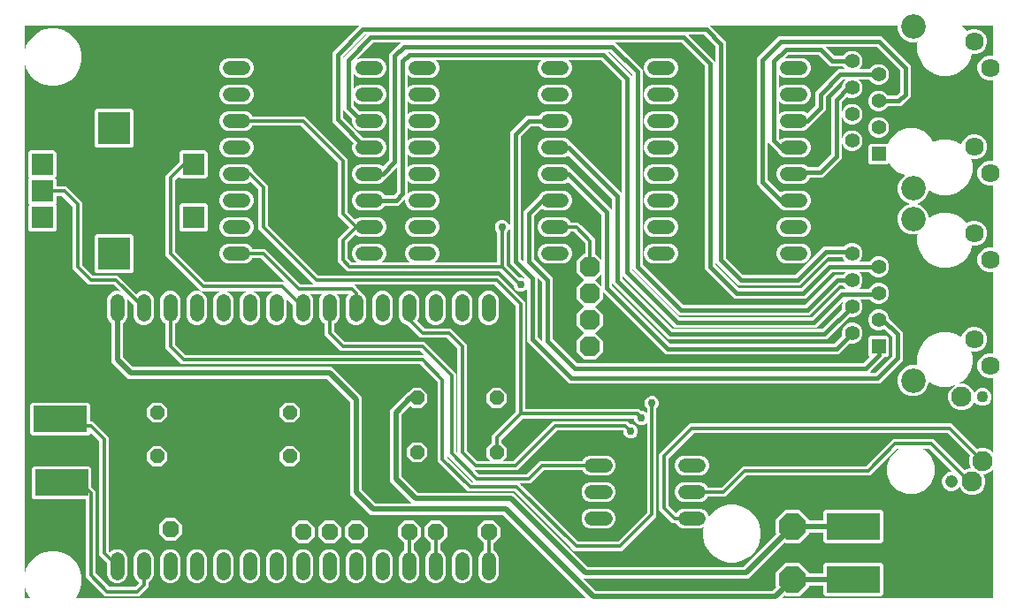
<source format=gbr>
G04 EAGLE Gerber RS-274X export*
G75*
%MOMM*%
%FSLAX34Y34*%
%LPD*%
%INTop Copper*%
%IPPOS*%
%AMOC8*
5,1,8,0,0,1.08239X$1,22.5*%
G01*
%ADD10C,1.320800*%
%ADD11P,1.429621X8X22.500000*%
%ADD12P,1.429621X8X202.500000*%
%ADD13R,2.095500X2.095500*%
%ADD14R,3.116000X3.116000*%
%ADD15R,1.398000X1.398000*%
%ADD16C,1.398000*%
%ADD17C,2.355000*%
%ADD18C,1.785000*%
%ADD19P,2.749271X8X22.500000*%
%ADD20R,5.080000X2.540000*%
%ADD21C,1.108000*%
%ADD22C,1.930400*%
%ADD23C,1.208000*%
%ADD24P,1.732040X8X292.500000*%
%ADD25P,1.732040X8X22.500000*%
%ADD26P,2.089446X8X202.500000*%
%ADD27C,0.304800*%
%ADD28C,0.756400*%
%ADD29C,0.508000*%
%ADD30C,0.406400*%

G36*
X550898Y12696D02*
X550898Y12696D01*
X550900Y12696D01*
X550900Y12698D01*
X550902Y12699D01*
X550901Y12701D01*
X550901Y12704D01*
X471399Y92205D01*
X471396Y92206D01*
X471395Y92207D01*
X344397Y92207D01*
X324617Y111987D01*
X324617Y200885D01*
X324615Y200887D01*
X324615Y200889D01*
X302489Y223015D01*
X302486Y223016D01*
X302485Y223017D01*
X111987Y223017D01*
X96017Y238987D01*
X96017Y276164D01*
X96015Y276166D01*
X96015Y276167D01*
X93421Y278761D01*
X91953Y282307D01*
X91953Y299353D01*
X93421Y302899D01*
X96135Y305613D01*
X99681Y307081D01*
X103519Y307081D01*
X104812Y306546D01*
X104814Y306546D01*
X104817Y306546D01*
X104817Y306547D01*
X104818Y306548D01*
X104817Y306551D01*
X104817Y306554D01*
X98440Y312931D01*
X98437Y312931D01*
X98437Y312932D01*
X98436Y312933D01*
X74308Y312933D01*
X58933Y328308D01*
X58933Y387996D01*
X58931Y387998D01*
X58931Y388000D01*
X48910Y398021D01*
X48907Y398021D01*
X48907Y398022D01*
X48906Y398023D01*
X43206Y398023D01*
X43201Y398018D01*
X43201Y390852D01*
X42407Y390059D01*
X42407Y390052D01*
X42407Y390051D01*
X43531Y388928D01*
X43531Y365452D01*
X41748Y363669D01*
X18272Y363669D01*
X16489Y365452D01*
X16489Y388928D01*
X17283Y389721D01*
X17283Y389723D01*
X17283Y389728D01*
X17283Y389729D01*
X16159Y390852D01*
X16159Y414328D01*
X17118Y415286D01*
X17118Y415293D01*
X17118Y415294D01*
X16159Y416252D01*
X16159Y439728D01*
X17942Y441511D01*
X41418Y441511D01*
X43201Y439728D01*
X43201Y416252D01*
X42242Y415294D01*
X42242Y415287D01*
X42242Y415286D01*
X43201Y414328D01*
X43201Y407162D01*
X43205Y407157D01*
X43205Y407158D01*
X43206Y407157D01*
X52692Y407157D01*
X68067Y391782D01*
X68067Y332094D01*
X68069Y332092D01*
X68069Y332090D01*
X78090Y322069D01*
X78093Y322068D01*
X78094Y322067D01*
X102222Y322067D01*
X104899Y319390D01*
X120102Y304187D01*
X120109Y304186D01*
X120109Y304187D01*
X121535Y305613D01*
X125081Y307081D01*
X128919Y307081D01*
X132465Y305613D01*
X135179Y302899D01*
X136647Y299353D01*
X136647Y282307D01*
X135179Y278761D01*
X132465Y276047D01*
X128919Y274579D01*
X125081Y274579D01*
X121535Y276047D01*
X118821Y278761D01*
X117353Y282307D01*
X117353Y294016D01*
X117351Y294018D01*
X117351Y294020D01*
X110720Y300651D01*
X110717Y300651D01*
X110715Y300653D01*
X110714Y300652D01*
X110713Y300652D01*
X110713Y300649D01*
X110712Y300646D01*
X111247Y299353D01*
X111247Y282307D01*
X109779Y278761D01*
X107185Y276167D01*
X107184Y276165D01*
X107183Y276164D01*
X107183Y243615D01*
X107185Y243613D01*
X107185Y243611D01*
X116611Y234185D01*
X116614Y234184D01*
X116615Y234183D01*
X307113Y234183D01*
X335783Y205513D01*
X335783Y116615D01*
X335785Y116613D01*
X335785Y116611D01*
X349021Y103375D01*
X349024Y103374D01*
X349025Y103373D01*
X384019Y103373D01*
X384020Y103374D01*
X384022Y103374D01*
X384022Y103376D01*
X384024Y103378D01*
X384022Y103379D01*
X384023Y103382D01*
X365989Y121415D01*
X362717Y124687D01*
X362717Y192813D01*
X365989Y196085D01*
X379957Y210053D01*
X380558Y210053D01*
X380560Y210055D01*
X380561Y210055D01*
X384624Y214117D01*
X392616Y214117D01*
X398267Y208466D01*
X398267Y200474D01*
X392616Y194823D01*
X384624Y194823D01*
X382575Y196872D01*
X382568Y196872D01*
X373885Y188189D01*
X373885Y188187D01*
X373884Y188187D01*
X373885Y188187D01*
X373884Y188186D01*
X373883Y188185D01*
X373883Y129315D01*
X373885Y129313D01*
X373885Y129311D01*
X389661Y113535D01*
X389664Y113534D01*
X389665Y113533D01*
X481103Y113533D01*
X552221Y42415D01*
X552224Y42414D01*
X552225Y42413D01*
X701265Y42413D01*
X701267Y42415D01*
X701269Y42415D01*
X732946Y74092D01*
X732947Y74099D01*
X732946Y74099D01*
X732287Y74759D01*
X732287Y87801D01*
X741509Y97023D01*
X754551Y97023D01*
X763773Y87801D01*
X763773Y86868D01*
X763778Y86863D01*
X763778Y86864D01*
X763778Y86863D01*
X778002Y86863D01*
X778007Y86868D01*
X778007Y95241D01*
X779789Y97023D01*
X833111Y97023D01*
X834893Y95241D01*
X834893Y67319D01*
X833111Y65537D01*
X779789Y65537D01*
X778007Y67319D01*
X778007Y75692D01*
X778002Y75697D01*
X778002Y75696D01*
X778002Y75697D01*
X763778Y75697D01*
X763773Y75692D01*
X763774Y75692D01*
X763773Y75692D01*
X763773Y74759D01*
X754551Y65537D01*
X741509Y65537D01*
X740849Y66196D01*
X740843Y66197D01*
X740843Y66196D01*
X740842Y66196D01*
X705893Y31247D01*
X548161Y31247D01*
X548160Y31246D01*
X548158Y31246D01*
X548158Y31244D01*
X548156Y31242D01*
X548158Y31241D01*
X548157Y31238D01*
X559841Y19555D01*
X559844Y19554D01*
X559845Y19553D01*
X729205Y19553D01*
X729207Y19555D01*
X729209Y19555D01*
X732946Y23292D01*
X732947Y23299D01*
X732946Y23299D01*
X732287Y23959D01*
X732287Y37001D01*
X741509Y46223D01*
X754551Y46223D01*
X763773Y37001D01*
X763773Y36068D01*
X763778Y36063D01*
X763778Y36064D01*
X763778Y36063D01*
X778002Y36063D01*
X778007Y36068D01*
X778006Y36068D01*
X778007Y36068D01*
X778007Y44441D01*
X779789Y46223D01*
X833111Y46223D01*
X834893Y44441D01*
X834893Y16519D01*
X833111Y14737D01*
X779789Y14737D01*
X778007Y16519D01*
X778007Y24892D01*
X778002Y24897D01*
X778002Y24896D01*
X778002Y24897D01*
X763778Y24897D01*
X763773Y24892D01*
X763774Y24892D01*
X763773Y24892D01*
X763773Y23959D01*
X754551Y14737D01*
X741509Y14737D01*
X740849Y15396D01*
X740843Y15397D01*
X740843Y15396D01*
X740842Y15396D01*
X738149Y12704D01*
X738149Y12702D01*
X738148Y12701D01*
X738149Y12699D01*
X738149Y12697D01*
X738151Y12697D01*
X738153Y12695D01*
X939980Y12695D01*
X939985Y12699D01*
X939985Y12700D01*
X939985Y136279D01*
X939984Y136281D01*
X939984Y136282D01*
X939982Y136282D01*
X939981Y136284D01*
X939979Y136283D01*
X939978Y136283D01*
X939976Y136283D01*
X937231Y133537D01*
X932565Y131605D01*
X930701Y131605D01*
X930700Y131604D01*
X930698Y131604D01*
X930698Y131602D01*
X930696Y131600D01*
X930698Y131599D01*
X930697Y131596D01*
X930803Y131491D01*
X932735Y126825D01*
X932735Y121775D01*
X930803Y117109D01*
X927231Y113537D01*
X922565Y111605D01*
X917515Y111605D01*
X912849Y113537D01*
X909277Y117109D01*
X908090Y119976D01*
X908088Y119977D01*
X908088Y119979D01*
X908086Y119978D01*
X908084Y119979D01*
X908083Y119977D01*
X908081Y119976D01*
X907740Y119155D01*
X905185Y116600D01*
X901847Y115217D01*
X898233Y115217D01*
X894895Y116600D01*
X892340Y119155D01*
X890957Y122493D01*
X890957Y126107D01*
X892340Y129445D01*
X894895Y132000D01*
X898233Y133383D01*
X901546Y133383D01*
X901547Y133384D01*
X901549Y133384D01*
X901549Y133386D01*
X901551Y133388D01*
X901549Y133389D01*
X901549Y133392D01*
X878982Y155959D01*
X878979Y155960D01*
X878978Y155961D01*
X872278Y155961D01*
X872276Y155959D01*
X872274Y155958D01*
X872274Y155957D01*
X872273Y155956D01*
X872275Y155954D01*
X872276Y155951D01*
X874601Y154988D01*
X881088Y148501D01*
X884598Y140027D01*
X884598Y130853D01*
X881088Y122379D01*
X874601Y115892D01*
X866127Y112382D01*
X856953Y112382D01*
X848479Y115892D01*
X841992Y122379D01*
X838482Y130853D01*
X838482Y140027D01*
X841992Y148501D01*
X848479Y154988D01*
X850804Y155951D01*
X850805Y155954D01*
X850807Y155955D01*
X850806Y155956D01*
X850807Y155957D01*
X850804Y155958D01*
X850802Y155961D01*
X848222Y155961D01*
X848220Y155959D01*
X848218Y155959D01*
X822312Y130053D01*
X704204Y130053D01*
X704202Y130051D01*
X704200Y130051D01*
X686559Y112410D01*
X683882Y109733D01*
X666922Y109733D01*
X666919Y109730D01*
X666917Y109730D01*
X666547Y108835D01*
X663833Y106121D01*
X660287Y104653D01*
X643241Y104653D01*
X639695Y106121D01*
X636981Y108835D01*
X635513Y112381D01*
X635513Y116219D01*
X636981Y119765D01*
X639695Y122479D01*
X643241Y123947D01*
X660287Y123947D01*
X663833Y122479D01*
X666547Y119765D01*
X666917Y118870D01*
X666920Y118869D01*
X666922Y118867D01*
X680096Y118867D01*
X680097Y118868D01*
X680098Y118869D01*
X680100Y118869D01*
X697741Y136510D01*
X700418Y139187D01*
X818526Y139187D01*
X818528Y139189D01*
X818530Y139189D01*
X844436Y165095D01*
X882764Y165095D01*
X912819Y135040D01*
X912826Y135039D01*
X912826Y135040D01*
X912849Y135063D01*
X917515Y136995D01*
X919379Y136995D01*
X919380Y136996D01*
X919382Y136996D01*
X919382Y136998D01*
X919384Y137000D01*
X919382Y137001D01*
X919383Y137004D01*
X919277Y137109D01*
X917345Y141775D01*
X917345Y146825D01*
X918430Y149446D01*
X918429Y149450D01*
X918429Y149452D01*
X896936Y170945D01*
X896933Y170946D01*
X896932Y170947D01*
X653658Y170947D01*
X653656Y170945D01*
X653654Y170945D01*
X629409Y146700D01*
X629409Y146698D01*
X629408Y146698D01*
X629409Y146698D01*
X629408Y146697D01*
X629407Y146696D01*
X629407Y100954D01*
X629409Y100952D01*
X629409Y100950D01*
X636687Y93672D01*
X636688Y93672D01*
X636688Y93671D01*
X636690Y93672D01*
X636690Y93671D01*
X636691Y93671D01*
X636692Y93672D01*
X636694Y93671D01*
X636694Y93673D01*
X636695Y93673D01*
X636981Y94365D01*
X639695Y97079D01*
X643241Y98547D01*
X660287Y98547D01*
X663833Y97079D01*
X666547Y94365D01*
X667834Y91257D01*
X667835Y91257D01*
X667835Y91255D01*
X667837Y91256D01*
X667840Y91254D01*
X667840Y91256D01*
X667843Y91257D01*
X667960Y91461D01*
X673109Y96610D01*
X679416Y100251D01*
X686449Y102135D01*
X693731Y102135D01*
X700764Y100251D01*
X707071Y96610D01*
X712220Y91461D01*
X715861Y85154D01*
X717745Y78121D01*
X717745Y70839D01*
X715861Y63806D01*
X712220Y57499D01*
X707071Y52350D01*
X700764Y48709D01*
X693731Y46825D01*
X686449Y46825D01*
X679416Y48709D01*
X673109Y52350D01*
X667960Y57499D01*
X664319Y63806D01*
X662435Y70839D01*
X662435Y78121D01*
X663042Y80385D01*
X663041Y80386D01*
X663042Y80388D01*
X663040Y80389D01*
X663039Y80391D01*
X663037Y80390D01*
X663035Y80391D01*
X660287Y79253D01*
X643241Y79253D01*
X639695Y80721D01*
X636981Y83435D01*
X636611Y84330D01*
X636608Y84331D01*
X636606Y84333D01*
X633108Y84333D01*
X620273Y97168D01*
X620273Y150482D01*
X649872Y180081D01*
X900718Y180081D01*
X924888Y155911D01*
X924891Y155910D01*
X924892Y155909D01*
X924893Y155910D01*
X924894Y155910D01*
X927515Y156995D01*
X932565Y156995D01*
X937231Y155063D01*
X939976Y152317D01*
X939978Y152317D01*
X939979Y152316D01*
X939981Y152317D01*
X939983Y152317D01*
X939983Y152319D01*
X939985Y152321D01*
X939985Y223659D01*
X939984Y223659D01*
X939985Y223660D01*
X939983Y223661D01*
X939981Y223664D01*
X939980Y223663D01*
X939979Y223663D01*
X939978Y223663D01*
X939661Y223532D01*
X934899Y223532D01*
X930501Y225354D01*
X927134Y228721D01*
X925312Y233119D01*
X925312Y237881D01*
X927134Y242279D01*
X930501Y245646D01*
X934899Y247468D01*
X939661Y247468D01*
X939978Y247337D01*
X939979Y247337D01*
X939979Y247336D01*
X939981Y247338D01*
X939984Y247339D01*
X939984Y247340D01*
X939985Y247341D01*
X939985Y324959D01*
X939984Y324959D01*
X939985Y324960D01*
X939983Y324961D01*
X939981Y324964D01*
X939979Y324963D01*
X939978Y324963D01*
X939661Y324832D01*
X934899Y324832D01*
X930501Y326654D01*
X927134Y330021D01*
X925312Y334419D01*
X925312Y339181D01*
X927134Y343579D01*
X930501Y346946D01*
X934899Y348768D01*
X939661Y348768D01*
X939978Y348637D01*
X939979Y348637D01*
X939979Y348636D01*
X939981Y348638D01*
X939984Y348639D01*
X939984Y348640D01*
X939985Y348641D01*
X939985Y407809D01*
X939984Y407809D01*
X939985Y407810D01*
X939983Y407811D01*
X939981Y407814D01*
X939979Y407813D01*
X939978Y407813D01*
X939661Y407682D01*
X934899Y407682D01*
X930501Y409504D01*
X927134Y412871D01*
X925312Y417269D01*
X925312Y422031D01*
X927134Y426429D01*
X930501Y429796D01*
X934899Y431618D01*
X939661Y431618D01*
X939978Y431487D01*
X939979Y431487D01*
X939979Y431486D01*
X939981Y431488D01*
X939984Y431489D01*
X939984Y431490D01*
X939985Y431491D01*
X939985Y509109D01*
X939984Y509109D01*
X939985Y509110D01*
X939983Y509111D01*
X939981Y509114D01*
X939980Y509113D01*
X939979Y509113D01*
X939978Y509113D01*
X939661Y508982D01*
X934899Y508982D01*
X930501Y510804D01*
X927134Y514171D01*
X925312Y518569D01*
X925312Y523331D01*
X927134Y527729D01*
X930501Y531096D01*
X934899Y532918D01*
X939661Y532918D01*
X939978Y532787D01*
X939979Y532787D01*
X939979Y532786D01*
X939981Y532788D01*
X939984Y532789D01*
X939984Y532790D01*
X939985Y532791D01*
X939985Y561100D01*
X939981Y561105D01*
X939980Y561105D01*
X909921Y561105D01*
X909919Y561103D01*
X909917Y561103D01*
X909917Y561102D01*
X909916Y561101D01*
X909918Y561099D01*
X909919Y561096D01*
X910293Y560879D01*
X914935Y556238D01*
X914937Y556237D01*
X914938Y556237D01*
X914939Y556237D01*
X914940Y556237D01*
X914942Y556237D01*
X914942Y556238D01*
X915201Y556496D01*
X919599Y558318D01*
X924361Y558318D01*
X928759Y556496D01*
X932126Y553129D01*
X933948Y548731D01*
X933948Y543969D01*
X932126Y539571D01*
X928759Y536204D01*
X924361Y534382D01*
X919982Y534382D01*
X919979Y534379D01*
X919977Y534378D01*
X918686Y529558D01*
X915209Y523537D01*
X910293Y518621D01*
X904272Y515144D01*
X897556Y513345D01*
X890604Y513345D01*
X883888Y515144D01*
X877867Y518621D01*
X872951Y523537D01*
X869474Y529558D01*
X867675Y536274D01*
X867675Y543226D01*
X868420Y546007D01*
X868419Y546008D01*
X868420Y546010D01*
X868418Y546010D01*
X868417Y546013D01*
X868415Y546012D01*
X868413Y546013D01*
X866528Y545232D01*
X860632Y545232D01*
X855186Y547488D01*
X851018Y551656D01*
X848762Y557102D01*
X848762Y561100D01*
X848757Y561105D01*
X669094Y561105D01*
X669093Y561104D01*
X669091Y561104D01*
X669091Y561102D01*
X669090Y561101D01*
X669091Y561099D01*
X669091Y561096D01*
X670557Y559631D01*
X681551Y548637D01*
X684525Y545662D01*
X684525Y338654D01*
X684527Y338653D01*
X684527Y338651D01*
X700601Y322577D01*
X700603Y322576D01*
X700604Y322576D01*
X700604Y322575D01*
X751006Y322575D01*
X751007Y322577D01*
X751009Y322577D01*
X777678Y349245D01*
X797334Y349245D01*
X797336Y349247D01*
X797338Y349247D01*
X799497Y351406D01*
X803184Y352933D01*
X807176Y352933D01*
X810863Y351406D01*
X813686Y348583D01*
X815213Y344896D01*
X815213Y340904D01*
X813686Y337217D01*
X811753Y335284D01*
X811753Y335282D01*
X811752Y335282D01*
X811751Y335281D01*
X811752Y335279D01*
X811752Y335277D01*
X811755Y335277D01*
X811756Y335275D01*
X821819Y335275D01*
X821822Y335278D01*
X821824Y335278D01*
X822074Y335883D01*
X824897Y338706D01*
X828584Y340233D01*
X832576Y340233D01*
X836263Y338706D01*
X839086Y335883D01*
X840613Y332196D01*
X840613Y328204D01*
X839086Y324517D01*
X836263Y321694D01*
X832576Y320167D01*
X828584Y320167D01*
X824897Y321694D01*
X822074Y324517D01*
X821824Y325122D01*
X821820Y325123D01*
X821819Y325125D01*
X811756Y325125D01*
X811755Y325124D01*
X811753Y325124D01*
X811753Y325122D01*
X811751Y325120D01*
X811753Y325119D01*
X811753Y325116D01*
X813686Y323183D01*
X815213Y319496D01*
X815213Y315504D01*
X813686Y311817D01*
X811123Y309254D01*
X811123Y309252D01*
X811121Y309251D01*
X811122Y309249D01*
X811122Y309247D01*
X811125Y309247D01*
X811126Y309245D01*
X821558Y309245D01*
X821561Y309248D01*
X821563Y309248D01*
X822074Y310483D01*
X824897Y313306D01*
X828584Y314833D01*
X832576Y314833D01*
X836263Y313306D01*
X839086Y310483D01*
X840613Y306796D01*
X840613Y302804D01*
X839086Y299117D01*
X836263Y296294D01*
X832576Y294767D01*
X828584Y294767D01*
X824897Y296294D01*
X822098Y299093D01*
X822095Y299093D01*
X822095Y299094D01*
X822094Y299095D01*
X812386Y299095D01*
X812385Y299094D01*
X812383Y299094D01*
X812383Y299092D01*
X812381Y299090D01*
X812383Y299089D01*
X812383Y299086D01*
X813686Y297783D01*
X815213Y294096D01*
X815213Y290104D01*
X813686Y286417D01*
X810863Y283594D01*
X807176Y282067D01*
X803184Y282067D01*
X802579Y282317D01*
X802576Y282316D01*
X802574Y282316D01*
X783587Y263329D01*
X780612Y260355D01*
X629088Y260355D01*
X578289Y311153D01*
X575314Y314129D01*
X575312Y314129D01*
X575311Y314130D01*
X575309Y314129D01*
X575307Y314129D01*
X575307Y314127D01*
X575305Y314125D01*
X575305Y311984D01*
X575307Y311983D01*
X575307Y311981D01*
X630751Y256537D01*
X630753Y256537D01*
X630753Y256536D01*
X630754Y256535D01*
X787836Y256535D01*
X787837Y256537D01*
X787839Y256537D01*
X795396Y264094D01*
X795397Y264097D01*
X795397Y264098D01*
X795397Y264099D01*
X795147Y264704D01*
X795147Y268696D01*
X796674Y272383D01*
X799497Y275206D01*
X803184Y276733D01*
X807176Y276733D01*
X810863Y275206D01*
X813686Y272383D01*
X815213Y268696D01*
X815213Y264704D01*
X813686Y261017D01*
X810863Y258194D01*
X807176Y256667D01*
X803184Y256667D01*
X802579Y256917D01*
X802576Y256916D01*
X802574Y256916D01*
X795017Y249359D01*
X792042Y246385D01*
X626548Y246385D01*
X623573Y249359D01*
X566424Y306509D01*
X566422Y306509D01*
X566421Y306510D01*
X566419Y306509D01*
X566417Y306509D01*
X566417Y306507D01*
X566415Y306505D01*
X566415Y299542D01*
X558977Y292104D01*
X558977Y292097D01*
X558977Y292096D01*
X566415Y284658D01*
X566415Y274142D01*
X558977Y266704D01*
X558977Y266697D01*
X558977Y266696D01*
X566415Y259258D01*
X566415Y248742D01*
X558979Y241305D01*
X548461Y241305D01*
X541025Y248741D01*
X541025Y259259D01*
X548463Y266696D01*
X548463Y266703D01*
X548463Y266704D01*
X541025Y274141D01*
X541025Y284659D01*
X548463Y292096D01*
X548463Y292103D01*
X548463Y292104D01*
X541025Y299541D01*
X541025Y310059D01*
X548463Y317496D01*
X548463Y317503D01*
X548463Y317504D01*
X541025Y324941D01*
X541025Y335459D01*
X548462Y342895D01*
X549688Y342895D01*
X549693Y342900D01*
X549692Y342900D01*
X549693Y342900D01*
X549693Y353166D01*
X549691Y353168D01*
X549691Y353170D01*
X539130Y363731D01*
X539127Y363732D01*
X539126Y363733D01*
X535858Y363733D01*
X535855Y363730D01*
X535853Y363730D01*
X535483Y362835D01*
X532769Y360121D01*
X529223Y358653D01*
X512177Y358653D01*
X508631Y360121D01*
X505917Y362835D01*
X504449Y366381D01*
X504449Y370219D01*
X505917Y373765D01*
X508631Y376479D01*
X512177Y377947D01*
X529223Y377947D01*
X532769Y376479D01*
X535483Y373765D01*
X535853Y372870D01*
X535856Y372869D01*
X535858Y372867D01*
X542912Y372867D01*
X545589Y370190D01*
X558827Y356952D01*
X558827Y342900D01*
X558832Y342895D01*
X558832Y342896D01*
X558832Y342895D01*
X558978Y342895D01*
X565146Y336727D01*
X565148Y336727D01*
X565149Y336726D01*
X565151Y336727D01*
X565153Y336727D01*
X565153Y336729D01*
X565155Y336731D01*
X565155Y380166D01*
X565153Y380167D01*
X565153Y380169D01*
X533588Y411734D01*
X533586Y411734D01*
X533585Y411735D01*
X533584Y411734D01*
X533582Y411735D01*
X533582Y411734D01*
X533581Y411734D01*
X532769Y410921D01*
X529223Y409453D01*
X512177Y409453D01*
X508631Y410921D01*
X505917Y413635D01*
X504449Y417181D01*
X504449Y421019D01*
X505917Y424565D01*
X508631Y427279D01*
X512177Y428747D01*
X529223Y428747D01*
X532769Y427279D01*
X535483Y424565D01*
X535744Y423934D01*
X535745Y423934D01*
X535745Y423933D01*
X538477Y421201D01*
X572331Y387347D01*
X575306Y384371D01*
X575308Y384371D01*
X575309Y384370D01*
X575311Y384371D01*
X575313Y384371D01*
X575313Y384373D01*
X575315Y384375D01*
X575315Y395406D01*
X575313Y395407D01*
X575313Y395409D01*
X533588Y437134D01*
X533586Y437134D01*
X533585Y437136D01*
X533584Y437135D01*
X533582Y437135D01*
X533582Y437134D01*
X533581Y437134D01*
X532769Y436321D01*
X529223Y434853D01*
X512177Y434853D01*
X508631Y436321D01*
X505917Y439035D01*
X504449Y442581D01*
X504449Y446419D01*
X505917Y449965D01*
X508631Y452679D01*
X512177Y454147D01*
X529223Y454147D01*
X532769Y452679D01*
X535483Y449965D01*
X535744Y449334D01*
X535745Y449334D01*
X535745Y449333D01*
X582491Y402587D01*
X584196Y400881D01*
X584198Y400881D01*
X584199Y400880D01*
X584201Y400881D01*
X584203Y400881D01*
X584203Y400883D01*
X584205Y400885D01*
X584205Y508436D01*
X584203Y508437D01*
X584203Y508439D01*
X564319Y528323D01*
X564317Y528324D01*
X564316Y528325D01*
X533334Y528325D01*
X533333Y528324D01*
X533331Y528324D01*
X533331Y528322D01*
X533329Y528320D01*
X533331Y528319D01*
X533331Y528316D01*
X535483Y526165D01*
X536951Y522619D01*
X536951Y518781D01*
X535483Y515235D01*
X532769Y512521D01*
X529223Y511053D01*
X512177Y511053D01*
X508631Y512521D01*
X505917Y515235D01*
X504449Y518781D01*
X504449Y522619D01*
X505917Y526165D01*
X508069Y528316D01*
X508069Y528318D01*
X508071Y528319D01*
X508069Y528321D01*
X508070Y528323D01*
X508067Y528323D01*
X508066Y528325D01*
X406334Y528325D01*
X406333Y528324D01*
X406331Y528324D01*
X406331Y528322D01*
X406329Y528320D01*
X406331Y528319D01*
X406331Y528316D01*
X408483Y526165D01*
X409951Y522619D01*
X409951Y518781D01*
X408483Y515235D01*
X405769Y512521D01*
X402223Y511053D01*
X385177Y511053D01*
X381631Y512521D01*
X379734Y514419D01*
X379732Y514419D01*
X379731Y514421D01*
X379729Y514419D01*
X379727Y514420D01*
X379727Y514417D01*
X379725Y514416D01*
X379725Y501584D01*
X379726Y501583D01*
X379726Y501581D01*
X379728Y501581D01*
X379730Y501579D01*
X379731Y501580D01*
X379732Y501581D01*
X379734Y501581D01*
X381631Y503479D01*
X385177Y504947D01*
X402223Y504947D01*
X405769Y503479D01*
X408483Y500765D01*
X409951Y497219D01*
X409951Y493381D01*
X408483Y489835D01*
X405769Y487121D01*
X402223Y485653D01*
X385177Y485653D01*
X381631Y487121D01*
X379734Y489019D01*
X379732Y489019D01*
X379731Y489021D01*
X379729Y489019D01*
X379727Y489020D01*
X379727Y489017D01*
X379725Y489016D01*
X379725Y476184D01*
X379726Y476183D01*
X379726Y476181D01*
X379728Y476181D01*
X379730Y476179D01*
X379730Y476180D01*
X379731Y476180D01*
X379732Y476181D01*
X379734Y476181D01*
X381631Y478079D01*
X385177Y479547D01*
X402223Y479547D01*
X405769Y478079D01*
X408483Y475365D01*
X409951Y471819D01*
X409951Y467981D01*
X408483Y464435D01*
X405769Y461721D01*
X402223Y460253D01*
X385177Y460253D01*
X381631Y461721D01*
X379734Y463619D01*
X379732Y463619D01*
X379731Y463621D01*
X379729Y463619D01*
X379727Y463620D01*
X379727Y463617D01*
X379725Y463616D01*
X379725Y450784D01*
X379726Y450783D01*
X379726Y450781D01*
X379728Y450781D01*
X379730Y450779D01*
X379730Y450780D01*
X379731Y450780D01*
X379732Y450781D01*
X379734Y450781D01*
X381631Y452679D01*
X385177Y454147D01*
X402223Y454147D01*
X405769Y452679D01*
X408483Y449965D01*
X409951Y446419D01*
X409951Y442581D01*
X408483Y439035D01*
X405769Y436321D01*
X402223Y434853D01*
X385177Y434853D01*
X381631Y436321D01*
X379734Y438219D01*
X379732Y438219D01*
X379731Y438221D01*
X379729Y438219D01*
X379727Y438220D01*
X379727Y438217D01*
X379725Y438216D01*
X379725Y425384D01*
X379726Y425383D01*
X379726Y425381D01*
X379728Y425381D01*
X379730Y425379D01*
X379730Y425380D01*
X379732Y425381D01*
X379734Y425381D01*
X381631Y427279D01*
X385177Y428747D01*
X402223Y428747D01*
X405769Y427279D01*
X408483Y424565D01*
X409951Y421019D01*
X409951Y417181D01*
X408483Y413635D01*
X405769Y410921D01*
X402223Y409453D01*
X385177Y409453D01*
X381631Y410921D01*
X379734Y412819D01*
X379732Y412819D01*
X379731Y412821D01*
X379729Y412819D01*
X379727Y412820D01*
X379727Y412817D01*
X379725Y412816D01*
X379725Y399984D01*
X379726Y399983D01*
X379726Y399981D01*
X379728Y399981D01*
X379730Y399979D01*
X379731Y399981D01*
X379734Y399981D01*
X381631Y401879D01*
X385177Y403347D01*
X402223Y403347D01*
X405769Y401879D01*
X408483Y399165D01*
X409951Y395619D01*
X409951Y391781D01*
X408483Y388235D01*
X405769Y385521D01*
X402223Y384053D01*
X385177Y384053D01*
X381631Y385521D01*
X378917Y388235D01*
X377449Y391781D01*
X377449Y395619D01*
X377476Y395685D01*
X377476Y395686D01*
X377476Y395688D01*
X377476Y395690D01*
X377475Y395690D01*
X377474Y395692D01*
X377472Y395691D01*
X377471Y395691D01*
X377470Y395691D01*
X377468Y395691D01*
X373377Y391599D01*
X370402Y388625D01*
X357847Y388625D01*
X357844Y388622D01*
X357843Y388622D01*
X357683Y388235D01*
X354969Y385521D01*
X351423Y384053D01*
X334377Y384053D01*
X330831Y385521D01*
X328117Y388235D01*
X326649Y391781D01*
X326649Y395619D01*
X328117Y399165D01*
X330831Y401879D01*
X334377Y403347D01*
X351423Y403347D01*
X354969Y401879D01*
X357683Y399165D01*
X357843Y398778D01*
X357846Y398777D01*
X357847Y398775D01*
X366196Y398775D01*
X366197Y398777D01*
X366199Y398777D01*
X369573Y402151D01*
X369574Y402153D01*
X369575Y402154D01*
X369575Y425885D01*
X369574Y425887D01*
X369574Y425888D01*
X369572Y425889D01*
X369570Y425890D01*
X369569Y425889D01*
X369566Y425889D01*
X357945Y414267D01*
X357945Y414266D01*
X357944Y414266D01*
X357683Y413635D01*
X354969Y410921D01*
X351423Y409453D01*
X334377Y409453D01*
X330831Y410921D01*
X328117Y413635D01*
X326649Y417181D01*
X326649Y421019D01*
X328117Y424565D01*
X330831Y427279D01*
X334377Y428747D01*
X351423Y428747D01*
X354969Y427279D01*
X355781Y426466D01*
X355788Y426465D01*
X355788Y426466D01*
X361953Y432631D01*
X361953Y432632D01*
X361954Y432633D01*
X361954Y432634D01*
X361955Y432634D01*
X361955Y534232D01*
X372549Y544826D01*
X372549Y544828D01*
X372550Y544829D01*
X372549Y544831D01*
X372549Y544833D01*
X372547Y544833D01*
X372545Y544835D01*
X346274Y544835D01*
X346273Y544833D01*
X346271Y544833D01*
X327657Y526219D01*
X327657Y526217D01*
X327655Y526216D01*
X327655Y525074D01*
X327657Y525072D01*
X327658Y525069D01*
X327659Y525070D01*
X327660Y525069D01*
X327662Y525071D01*
X327665Y525072D01*
X328117Y526165D01*
X330831Y528879D01*
X334377Y530347D01*
X351423Y530347D01*
X354969Y528879D01*
X357683Y526165D01*
X359151Y522619D01*
X359151Y518781D01*
X357683Y515235D01*
X354969Y512521D01*
X351423Y511053D01*
X334377Y511053D01*
X330831Y512521D01*
X328117Y515235D01*
X327665Y516328D01*
X327662Y516329D01*
X327661Y516331D01*
X327660Y516331D01*
X327659Y516331D01*
X327657Y516328D01*
X327655Y516326D01*
X327655Y499674D01*
X327657Y499672D01*
X327658Y499669D01*
X327659Y499670D01*
X327660Y499669D01*
X327662Y499671D01*
X327665Y499672D01*
X328117Y500765D01*
X330831Y503479D01*
X334377Y504947D01*
X351423Y504947D01*
X354969Y503479D01*
X357683Y500765D01*
X359151Y497219D01*
X359151Y493381D01*
X357683Y489835D01*
X354969Y487121D01*
X351423Y485653D01*
X334377Y485653D01*
X330831Y487121D01*
X328117Y489835D01*
X327665Y490928D01*
X327662Y490929D01*
X327661Y490931D01*
X327660Y490931D01*
X327659Y490931D01*
X327657Y490928D01*
X327655Y490926D01*
X327655Y484704D01*
X327657Y484703D01*
X327657Y484701D01*
X333267Y479091D01*
X333270Y479090D01*
X333272Y479090D01*
X334377Y479547D01*
X351423Y479547D01*
X354969Y478079D01*
X357683Y475365D01*
X359151Y471819D01*
X359151Y467981D01*
X357683Y464435D01*
X354969Y461721D01*
X351423Y460253D01*
X334377Y460253D01*
X330831Y461721D01*
X328117Y464435D01*
X326649Y467981D01*
X326649Y471352D01*
X326647Y471353D01*
X326647Y471355D01*
X317504Y480499D01*
X317502Y480499D01*
X317501Y480500D01*
X317499Y480499D01*
X317497Y480499D01*
X317497Y480497D01*
X317495Y480495D01*
X317495Y473274D01*
X317497Y473273D01*
X317497Y473271D01*
X336619Y454149D01*
X336621Y454148D01*
X336622Y454147D01*
X351423Y454147D01*
X354969Y452679D01*
X357683Y449965D01*
X359151Y446419D01*
X359151Y442581D01*
X357683Y439035D01*
X354969Y436321D01*
X351423Y434853D01*
X334377Y434853D01*
X330831Y436321D01*
X328117Y439035D01*
X326649Y442581D01*
X326649Y446419D01*
X327627Y448781D01*
X327627Y448782D01*
X327626Y448785D01*
X327626Y448786D01*
X307345Y469068D01*
X307345Y535502D01*
X332939Y561096D01*
X332939Y561098D01*
X332940Y561099D01*
X332939Y561101D01*
X332939Y561103D01*
X332937Y561103D01*
X332936Y561105D01*
X12700Y561105D01*
X12695Y561101D01*
X12695Y561100D01*
X12695Y536086D01*
X12697Y536084D01*
X12698Y536081D01*
X12699Y536081D01*
X12702Y536083D01*
X12705Y536084D01*
X14229Y541774D01*
X17870Y548081D01*
X23019Y553230D01*
X29326Y556871D01*
X36359Y558755D01*
X43641Y558755D01*
X50674Y556871D01*
X56981Y553230D01*
X62130Y548081D01*
X65771Y541774D01*
X67655Y534741D01*
X67655Y527459D01*
X65771Y520426D01*
X62130Y514119D01*
X56981Y508970D01*
X50674Y505329D01*
X43641Y503445D01*
X36359Y503445D01*
X29326Y505329D01*
X23019Y508970D01*
X17870Y514119D01*
X14229Y520426D01*
X12705Y526116D01*
X12703Y526117D01*
X12701Y526119D01*
X12700Y526119D01*
X12699Y526119D01*
X12697Y526117D01*
X12695Y526114D01*
X12695Y34986D01*
X12697Y34984D01*
X12698Y34981D01*
X12699Y34981D01*
X12702Y34983D01*
X12705Y34984D01*
X14229Y40674D01*
X17870Y46981D01*
X23019Y52130D01*
X29326Y55771D01*
X36359Y57655D01*
X43641Y57655D01*
X50674Y55771D01*
X56981Y52130D01*
X62130Y46981D01*
X65771Y40674D01*
X67655Y33641D01*
X67655Y26359D01*
X65771Y19326D01*
X62130Y13019D01*
X61814Y12704D01*
X61814Y12702D01*
X61812Y12701D01*
X61814Y12699D01*
X61813Y12697D01*
X61816Y12697D01*
X61817Y12695D01*
X550897Y12695D01*
X550898Y12696D01*
G37*
%LPC*%
G36*
X539128Y57663D02*
X539128Y57663D01*
X536451Y60340D01*
X481980Y114811D01*
X481977Y114812D01*
X481976Y114813D01*
X437528Y114813D01*
X408437Y143904D01*
X408437Y220102D01*
X408435Y220104D01*
X408435Y220106D01*
X391810Y236731D01*
X391807Y236732D01*
X391806Y236733D01*
X163208Y236733D01*
X147833Y252108D01*
X147833Y275672D01*
X147830Y275675D01*
X147830Y275677D01*
X146935Y276047D01*
X144221Y278761D01*
X142753Y282307D01*
X142753Y299353D01*
X144221Y302899D01*
X146935Y305613D01*
X150481Y307081D01*
X154319Y307081D01*
X157865Y305613D01*
X160579Y302899D01*
X162047Y299353D01*
X162047Y282307D01*
X160579Y278761D01*
X157865Y276047D01*
X156970Y275677D01*
X156969Y275674D01*
X156967Y275672D01*
X156967Y255894D01*
X156969Y255892D01*
X156969Y255890D01*
X166990Y245869D01*
X166993Y245868D01*
X166994Y245867D01*
X395362Y245867D01*
X395363Y245868D01*
X395365Y245868D01*
X395365Y245870D01*
X395367Y245872D01*
X395365Y245873D01*
X395365Y245876D01*
X391810Y249431D01*
X391807Y249432D01*
X391806Y249433D01*
X315608Y249433D01*
X300233Y264808D01*
X300233Y275672D01*
X300230Y275675D01*
X300230Y275677D01*
X299335Y276047D01*
X296621Y278761D01*
X295153Y282307D01*
X295153Y299353D01*
X296621Y302899D01*
X297757Y304034D01*
X297757Y304036D01*
X297758Y304037D01*
X297759Y304037D01*
X297757Y304039D01*
X297758Y304041D01*
X297755Y304041D01*
X297754Y304043D01*
X286446Y304043D01*
X286445Y304042D01*
X286443Y304042D01*
X286443Y304040D01*
X286441Y304038D01*
X286443Y304037D01*
X286443Y304034D01*
X287579Y302899D01*
X289047Y299353D01*
X289047Y282307D01*
X287579Y278761D01*
X284865Y276047D01*
X281319Y274579D01*
X277481Y274579D01*
X273935Y276047D01*
X271221Y278761D01*
X269753Y282307D01*
X269753Y294016D01*
X269751Y294018D01*
X269751Y294020D01*
X263120Y300651D01*
X263117Y300651D01*
X263115Y300653D01*
X263114Y300652D01*
X263113Y300652D01*
X263113Y300649D01*
X263112Y300646D01*
X263647Y299353D01*
X263647Y282307D01*
X262179Y278761D01*
X259465Y276047D01*
X255919Y274579D01*
X252081Y274579D01*
X248535Y276047D01*
X245821Y278761D01*
X244353Y282307D01*
X244353Y299353D01*
X245821Y302899D01*
X248535Y305613D01*
X250855Y306573D01*
X250856Y306576D01*
X250858Y306577D01*
X250857Y306578D01*
X250858Y306579D01*
X250855Y306580D01*
X250853Y306583D01*
X231747Y306583D01*
X231745Y306581D01*
X231743Y306580D01*
X231743Y306579D01*
X231742Y306578D01*
X231744Y306576D01*
X231745Y306573D01*
X234065Y305613D01*
X236779Y302899D01*
X238247Y299353D01*
X238247Y282307D01*
X236779Y278761D01*
X234065Y276047D01*
X230519Y274579D01*
X226681Y274579D01*
X223135Y276047D01*
X220421Y278761D01*
X218953Y282307D01*
X218953Y299353D01*
X220421Y302899D01*
X223135Y305613D01*
X225455Y306573D01*
X225456Y306576D01*
X225458Y306577D01*
X225457Y306578D01*
X225458Y306579D01*
X225455Y306580D01*
X225453Y306583D01*
X206347Y306583D01*
X206345Y306581D01*
X206343Y306580D01*
X206343Y306579D01*
X206342Y306578D01*
X206344Y306576D01*
X206345Y306573D01*
X208665Y305613D01*
X211379Y302899D01*
X212847Y299353D01*
X212847Y282307D01*
X211379Y278761D01*
X208665Y276047D01*
X205119Y274579D01*
X201281Y274579D01*
X197735Y276047D01*
X195021Y278761D01*
X193553Y282307D01*
X193553Y299353D01*
X195021Y302899D01*
X197735Y305613D01*
X200055Y306573D01*
X200056Y306576D01*
X200058Y306577D01*
X200057Y306578D01*
X200058Y306579D01*
X200055Y306580D01*
X200053Y306583D01*
X182258Y306583D01*
X147833Y341008D01*
X147833Y417182D01*
X150510Y419859D01*
X160938Y430287D01*
X160938Y430289D01*
X160939Y430290D01*
X160939Y439728D01*
X162722Y441511D01*
X186198Y441511D01*
X187981Y439728D01*
X187981Y416252D01*
X186198Y414469D01*
X162722Y414469D01*
X160939Y416252D01*
X160939Y417358D01*
X160938Y417360D01*
X160938Y417361D01*
X160937Y417362D01*
X160935Y417363D01*
X160933Y417362D01*
X160931Y417362D01*
X156969Y413400D01*
X156968Y413397D01*
X156967Y413396D01*
X156967Y344794D01*
X156969Y344792D01*
X156969Y344790D01*
X186040Y315719D01*
X186043Y315718D01*
X186044Y315717D01*
X260972Y315717D01*
X272502Y304187D01*
X272509Y304186D01*
X272509Y304187D01*
X273028Y304706D01*
X273029Y304707D01*
X273029Y304708D01*
X273029Y304712D01*
X273028Y304712D01*
X273028Y304713D01*
X271021Y306720D01*
X239410Y338331D01*
X239407Y338331D01*
X239407Y338332D01*
X239406Y338333D01*
X231058Y338333D01*
X231055Y338330D01*
X231053Y338330D01*
X230683Y337435D01*
X227969Y334721D01*
X224423Y333253D01*
X207377Y333253D01*
X203831Y334721D01*
X201117Y337435D01*
X199649Y340981D01*
X199649Y344819D01*
X201117Y348365D01*
X203831Y351079D01*
X207377Y352547D01*
X224423Y352547D01*
X227969Y351079D01*
X230683Y348365D01*
X231053Y347470D01*
X231056Y347469D01*
X231058Y347467D01*
X243192Y347467D01*
X277480Y313179D01*
X277483Y313178D01*
X277484Y313177D01*
X289952Y313177D01*
X289953Y313178D01*
X289955Y313178D01*
X289955Y313180D01*
X289957Y313182D01*
X289955Y313183D01*
X289955Y313186D01*
X236733Y366408D01*
X236733Y404506D01*
X236731Y404508D01*
X236731Y404510D01*
X229148Y412093D01*
X229141Y412094D01*
X229141Y412093D01*
X227969Y410921D01*
X224423Y409453D01*
X207377Y409453D01*
X203831Y410921D01*
X201117Y413635D01*
X199649Y417181D01*
X199649Y421019D01*
X201117Y424565D01*
X203831Y427279D01*
X207377Y428747D01*
X224423Y428747D01*
X227969Y427279D01*
X230683Y424565D01*
X231452Y422708D01*
X231453Y422707D01*
X231453Y422706D01*
X245867Y408292D01*
X245867Y370194D01*
X245869Y370192D01*
X245869Y370190D01*
X293990Y322069D01*
X293993Y322068D01*
X293994Y322067D01*
X466712Y322067D01*
X492247Y296532D01*
X492247Y193802D01*
X492252Y193797D01*
X492252Y193798D01*
X492252Y193797D01*
X601332Y193797D01*
X602882Y192247D01*
X602885Y192246D01*
X602886Y192245D01*
X604608Y192245D01*
X607116Y191206D01*
X608834Y189488D01*
X608836Y189488D01*
X608837Y189487D01*
X608839Y189488D01*
X608841Y189488D01*
X608841Y189490D01*
X608843Y189491D01*
X608843Y194303D01*
X608841Y194305D01*
X608841Y194306D01*
X607624Y195524D01*
X606585Y198032D01*
X606585Y200748D01*
X607624Y203256D01*
X609544Y205176D01*
X612052Y206215D01*
X614768Y206215D01*
X617276Y205176D01*
X619196Y203256D01*
X620235Y200748D01*
X620235Y198032D01*
X619196Y195524D01*
X617979Y194306D01*
X617979Y194305D01*
X617977Y194303D01*
X617978Y194303D01*
X617977Y194303D01*
X617977Y90818D01*
X584822Y57663D01*
X539128Y57663D01*
G37*
%LPD*%
%LPC*%
G36*
X533838Y218445D02*
X533838Y218445D01*
X530863Y221419D01*
X497009Y255273D01*
X494035Y258248D01*
X494035Y310270D01*
X494033Y310272D01*
X494032Y310274D01*
X494031Y310274D01*
X494030Y310275D01*
X494028Y310273D01*
X494025Y310272D01*
X493618Y309288D01*
X491698Y307368D01*
X489189Y306329D01*
X486474Y306329D01*
X483966Y307368D01*
X482045Y309288D01*
X481006Y311796D01*
X481006Y312633D01*
X481005Y312634D01*
X481005Y312636D01*
X468010Y325631D01*
X468007Y325631D01*
X468007Y325632D01*
X468006Y325633D01*
X321958Y325633D01*
X312933Y334658D01*
X312933Y357492D01*
X315610Y360169D01*
X323738Y368296D01*
X323738Y368303D01*
X323737Y368303D01*
X323738Y368304D01*
X312933Y379108D01*
X312933Y429906D01*
X312931Y429908D01*
X312931Y429910D01*
X277510Y465331D01*
X277507Y465332D01*
X277506Y465333D01*
X231058Y465333D01*
X231055Y465330D01*
X231053Y465330D01*
X230683Y464435D01*
X227969Y461721D01*
X224423Y460253D01*
X207377Y460253D01*
X203831Y461721D01*
X201117Y464435D01*
X199649Y467981D01*
X199649Y471819D01*
X201117Y475365D01*
X203831Y478079D01*
X207377Y479547D01*
X224423Y479547D01*
X227969Y478079D01*
X230683Y475365D01*
X231053Y474470D01*
X231056Y474469D01*
X231058Y474467D01*
X281292Y474467D01*
X322067Y433692D01*
X322067Y382894D01*
X322069Y382892D01*
X322069Y382890D01*
X329652Y375307D01*
X329659Y375306D01*
X329659Y375307D01*
X330831Y376479D01*
X334377Y377947D01*
X351423Y377947D01*
X354969Y376479D01*
X357683Y373765D01*
X359151Y370219D01*
X359151Y366381D01*
X357683Y362835D01*
X354969Y360121D01*
X351423Y358653D01*
X334377Y358653D01*
X330831Y360121D01*
X329659Y361293D01*
X329653Y361294D01*
X329653Y361293D01*
X329652Y361293D01*
X322069Y353710D01*
X322068Y353707D01*
X322067Y353706D01*
X322067Y338444D01*
X322069Y338442D01*
X322069Y338440D01*
X325740Y334769D01*
X325743Y334768D01*
X325744Y334767D01*
X330774Y334767D01*
X330775Y334768D01*
X330777Y334768D01*
X330777Y334770D01*
X330779Y334772D01*
X330777Y334773D01*
X330777Y334776D01*
X328117Y337435D01*
X326649Y340981D01*
X326649Y344819D01*
X328117Y348365D01*
X330831Y351079D01*
X334377Y352547D01*
X351423Y352547D01*
X354969Y351079D01*
X357683Y348365D01*
X359151Y344819D01*
X359151Y340981D01*
X357683Y337435D01*
X355023Y334776D01*
X355023Y334774D01*
X355021Y334773D01*
X355023Y334771D01*
X355022Y334769D01*
X355025Y334769D01*
X355026Y334767D01*
X381574Y334767D01*
X381575Y334768D01*
X381577Y334768D01*
X381577Y334770D01*
X381579Y334772D01*
X381577Y334773D01*
X381577Y334776D01*
X378917Y337435D01*
X377449Y340981D01*
X377449Y344819D01*
X378917Y348365D01*
X381631Y351079D01*
X385177Y352547D01*
X402223Y352547D01*
X405769Y351079D01*
X408483Y348365D01*
X409951Y344819D01*
X409951Y340981D01*
X408483Y337435D01*
X405823Y334776D01*
X405823Y334774D01*
X405821Y334773D01*
X405823Y334771D01*
X405822Y334769D01*
X405825Y334769D01*
X405826Y334767D01*
X465328Y334767D01*
X465333Y334772D01*
X465332Y334772D01*
X465333Y334772D01*
X465333Y363213D01*
X465331Y363215D01*
X465331Y363216D01*
X464114Y364434D01*
X463075Y366942D01*
X463075Y369658D01*
X464114Y372166D01*
X466034Y374086D01*
X468542Y375125D01*
X471258Y375125D01*
X473766Y374086D01*
X475686Y372166D01*
X476725Y369658D01*
X476725Y366942D01*
X475686Y364434D01*
X474469Y363216D01*
X474468Y363214D01*
X474467Y363213D01*
X474467Y332094D01*
X474469Y332092D01*
X474469Y332090D01*
X486578Y319981D01*
X486581Y319980D01*
X486582Y319979D01*
X489189Y319979D01*
X491698Y318940D01*
X493618Y317020D01*
X494025Y316036D01*
X494028Y316035D01*
X494029Y316033D01*
X494030Y316034D01*
X494031Y316033D01*
X494032Y316036D01*
X494035Y316038D01*
X494035Y316666D01*
X494033Y316667D01*
X494033Y316669D01*
X477525Y333178D01*
X477525Y459302D01*
X493198Y474975D01*
X505753Y474975D01*
X505756Y474978D01*
X505757Y474978D01*
X505917Y475365D01*
X508631Y478079D01*
X512177Y479547D01*
X529223Y479547D01*
X532769Y478079D01*
X535483Y475365D01*
X536951Y471819D01*
X536951Y467981D01*
X535483Y464435D01*
X532769Y461721D01*
X529223Y460253D01*
X512177Y460253D01*
X508631Y461721D01*
X505917Y464435D01*
X505757Y464822D01*
X505754Y464823D01*
X505753Y464825D01*
X497404Y464825D01*
X497403Y464823D01*
X497401Y464823D01*
X487677Y455099D01*
X487676Y455097D01*
X487675Y455096D01*
X487675Y337384D01*
X487677Y337383D01*
X487677Y337381D01*
X490216Y334841D01*
X490218Y334841D01*
X490219Y334840D01*
X490221Y334841D01*
X490223Y334841D01*
X490223Y334843D01*
X490225Y334845D01*
X490225Y383102D01*
X505655Y398533D01*
X505655Y398534D01*
X505656Y398534D01*
X505917Y399165D01*
X508631Y401879D01*
X512177Y403347D01*
X529223Y403347D01*
X532769Y401879D01*
X535483Y399165D01*
X536951Y395619D01*
X536951Y391781D01*
X535483Y388235D01*
X532769Y385521D01*
X529223Y384053D01*
X512177Y384053D01*
X508631Y385521D01*
X507819Y386334D01*
X507816Y386334D01*
X507816Y386335D01*
X507815Y386335D01*
X507814Y386334D01*
X507812Y386335D01*
X507812Y386334D01*
X500377Y378899D01*
X500377Y378898D01*
X500376Y378897D01*
X500377Y378897D01*
X500376Y378897D01*
X500375Y378896D01*
X500375Y337384D01*
X500377Y337383D01*
X500377Y337381D01*
X518155Y319602D01*
X518155Y261184D01*
X518157Y261183D01*
X518157Y261181D01*
X541851Y237487D01*
X541853Y237487D01*
X541853Y237486D01*
X541854Y237485D01*
X815776Y237485D01*
X815777Y237487D01*
X815779Y237487D01*
X822291Y243998D01*
X822291Y244005D01*
X820547Y245749D01*
X820547Y262251D01*
X822329Y264033D01*
X838831Y264033D01*
X840613Y262251D01*
X840613Y245749D01*
X838831Y243967D01*
X835660Y243967D01*
X835655Y243962D01*
X835656Y243962D01*
X835655Y243962D01*
X835655Y243008D01*
X832681Y240033D01*
X822957Y230309D01*
X821251Y228604D01*
X821251Y228602D01*
X821250Y228601D01*
X821251Y228599D01*
X821251Y228597D01*
X821253Y228597D01*
X821255Y228595D01*
X827206Y228595D01*
X827207Y228597D01*
X827209Y228597D01*
X843283Y244671D01*
X843284Y244673D01*
X843285Y244674D01*
X843285Y263326D01*
X843283Y263327D01*
X843283Y263329D01*
X835880Y270732D01*
X835877Y270733D01*
X835875Y270733D01*
X832576Y269367D01*
X828584Y269367D01*
X824897Y270894D01*
X822074Y273717D01*
X820547Y277404D01*
X820547Y281396D01*
X822074Y285083D01*
X824897Y287906D01*
X828584Y289433D01*
X832576Y289433D01*
X836263Y287906D01*
X839086Y285083D01*
X840613Y281396D01*
X840613Y280356D01*
X840615Y280355D01*
X840615Y280353D01*
X853435Y267532D01*
X853435Y240468D01*
X831412Y218445D01*
X533838Y218445D01*
G37*
%LPD*%
G36*
X759897Y293367D02*
X759897Y293367D01*
X759899Y293367D01*
X789362Y322829D01*
X796524Y322829D01*
X796527Y322832D01*
X796529Y322832D01*
X796674Y323183D01*
X798607Y325116D01*
X798607Y325118D01*
X798609Y325119D01*
X798608Y325121D01*
X798608Y325123D01*
X798605Y325123D01*
X798604Y325125D01*
X785694Y325125D01*
X785693Y325123D01*
X785691Y325123D01*
X760292Y299725D01*
X692334Y299725D01*
X663961Y328098D01*
X663961Y522660D01*
X663959Y522661D01*
X663959Y522663D01*
X641789Y544833D01*
X641787Y544834D01*
X641786Y544835D01*
X578685Y544835D01*
X578683Y544834D01*
X578682Y544834D01*
X578681Y544832D01*
X578680Y544830D01*
X578681Y544829D01*
X578681Y544826D01*
X604515Y518992D01*
X604515Y332304D01*
X604517Y332303D01*
X604517Y332301D01*
X643451Y293367D01*
X643453Y293366D01*
X643454Y293365D01*
X759896Y293365D01*
X759897Y293367D01*
G37*
%LPC*%
G36*
X740777Y384053D02*
X740777Y384053D01*
X737231Y385521D01*
X734517Y388235D01*
X734256Y388866D01*
X734255Y388866D01*
X734255Y388867D01*
X716719Y406403D01*
X713745Y409378D01*
X713745Y530422D01*
X734498Y551175D01*
X832682Y551175D01*
X861055Y522802D01*
X861055Y493198D01*
X851732Y483875D01*
X839341Y483875D01*
X839338Y483872D01*
X839336Y483872D01*
X839086Y483267D01*
X836263Y480444D01*
X832576Y478917D01*
X828584Y478917D01*
X824897Y480444D01*
X822074Y483267D01*
X820547Y486954D01*
X820547Y490946D01*
X822074Y494633D01*
X824897Y497456D01*
X828584Y498983D01*
X832576Y498983D01*
X836263Y497456D01*
X839086Y494633D01*
X839336Y494028D01*
X839340Y494027D01*
X839341Y494025D01*
X847526Y494025D01*
X847527Y494027D01*
X847529Y494027D01*
X850903Y497401D01*
X850904Y497403D01*
X850905Y497404D01*
X850905Y518596D01*
X850903Y518597D01*
X850903Y518599D01*
X828479Y541023D01*
X828477Y541024D01*
X828476Y541025D01*
X779345Y541025D01*
X779343Y541024D01*
X779342Y541024D01*
X779341Y541022D01*
X779340Y541020D01*
X779341Y541019D01*
X779341Y541016D01*
X779777Y540581D01*
X788231Y532127D01*
X788233Y532126D01*
X788234Y532125D01*
X796419Y532125D01*
X796422Y532128D01*
X796424Y532128D01*
X796674Y532733D01*
X799497Y535556D01*
X803184Y537083D01*
X807176Y537083D01*
X810863Y535556D01*
X813686Y532733D01*
X815213Y529046D01*
X815213Y525054D01*
X813686Y521367D01*
X811753Y519434D01*
X811753Y519432D01*
X811751Y519431D01*
X811752Y519429D01*
X811752Y519427D01*
X811755Y519427D01*
X811756Y519425D01*
X821819Y519425D01*
X821822Y519428D01*
X821824Y519428D01*
X822074Y520033D01*
X824897Y522856D01*
X828584Y524383D01*
X832576Y524383D01*
X836263Y522856D01*
X839086Y520033D01*
X840613Y516346D01*
X840613Y512354D01*
X839086Y508667D01*
X836263Y505844D01*
X832576Y504317D01*
X828584Y504317D01*
X824897Y505844D01*
X822074Y508667D01*
X821824Y509272D01*
X821820Y509273D01*
X821819Y509275D01*
X811756Y509275D01*
X811755Y509274D01*
X811753Y509274D01*
X811753Y509272D01*
X811751Y509270D01*
X811753Y509269D01*
X811753Y509266D01*
X813686Y507333D01*
X815213Y503646D01*
X815213Y499654D01*
X813686Y495967D01*
X810863Y493144D01*
X807176Y491617D01*
X803184Y491617D01*
X799885Y492983D01*
X799882Y492982D01*
X799880Y492982D01*
X795017Y488119D01*
X795016Y488117D01*
X795015Y488116D01*
X795015Y433508D01*
X776802Y415295D01*
X764773Y415295D01*
X764770Y415292D01*
X764769Y415292D01*
X764083Y413635D01*
X761369Y410921D01*
X757823Y409453D01*
X740777Y409453D01*
X737231Y410921D01*
X734517Y413635D01*
X733049Y417181D01*
X733049Y421019D01*
X734517Y424565D01*
X737231Y427279D01*
X740777Y428747D01*
X757823Y428747D01*
X761369Y427279D01*
X763200Y425447D01*
X763203Y425446D01*
X763204Y425445D01*
X772596Y425445D01*
X772597Y425447D01*
X772599Y425447D01*
X784863Y437711D01*
X784864Y437713D01*
X784865Y437714D01*
X784865Y492322D01*
X787839Y495297D01*
X795145Y502603D01*
X795146Y502605D01*
X795147Y502606D01*
X795147Y503646D01*
X796674Y507333D01*
X798607Y509266D01*
X798607Y509268D01*
X798609Y509269D01*
X798608Y509271D01*
X798608Y509273D01*
X798605Y509273D01*
X798604Y509275D01*
X795854Y509275D01*
X795853Y509273D01*
X795851Y509273D01*
X779777Y493199D01*
X779776Y493197D01*
X779775Y493196D01*
X779775Y480498D01*
X767077Y467799D01*
X764345Y465067D01*
X764345Y465066D01*
X764344Y465066D01*
X764083Y464435D01*
X761369Y461721D01*
X757823Y460253D01*
X740777Y460253D01*
X737231Y461721D01*
X735334Y463619D01*
X735332Y463619D01*
X735331Y463621D01*
X735329Y463619D01*
X735327Y463620D01*
X735327Y463617D01*
X735325Y463616D01*
X735325Y452954D01*
X735327Y452953D01*
X735327Y452951D01*
X736412Y451866D01*
X736418Y451865D01*
X736418Y451866D01*
X736419Y451866D01*
X737231Y452679D01*
X740777Y454147D01*
X757823Y454147D01*
X761369Y452679D01*
X764083Y449965D01*
X765551Y446419D01*
X765551Y442581D01*
X764083Y439035D01*
X761369Y436321D01*
X757823Y434853D01*
X740777Y434853D01*
X737231Y436321D01*
X734517Y439035D01*
X734256Y439666D01*
X734255Y439666D01*
X734255Y439667D01*
X731523Y442399D01*
X725175Y448748D01*
X725175Y527485D01*
X725174Y527487D01*
X725174Y527488D01*
X725172Y527489D01*
X725170Y527490D01*
X725169Y527489D01*
X725166Y527489D01*
X723897Y526219D01*
X723897Y526217D01*
X723895Y526216D01*
X723895Y413584D01*
X723897Y413583D01*
X723897Y413581D01*
X736412Y401066D01*
X736418Y401065D01*
X736418Y401066D01*
X736419Y401066D01*
X737231Y401879D01*
X740777Y403347D01*
X757823Y403347D01*
X761369Y401879D01*
X764083Y399165D01*
X765551Y395619D01*
X765551Y391781D01*
X764083Y388235D01*
X761369Y385521D01*
X757823Y384053D01*
X740777Y384053D01*
G37*
%LPD*%
G36*
X459299Y144268D02*
X459299Y144268D01*
X459301Y144268D01*
X459301Y144270D01*
X459303Y144272D01*
X459301Y144273D01*
X459301Y144276D01*
X455173Y148404D01*
X455173Y156396D01*
X460251Y161474D01*
X460252Y161477D01*
X460253Y161478D01*
X460253Y168262D01*
X483111Y191120D01*
X483111Y191122D01*
X483112Y191122D01*
X483111Y191122D01*
X483112Y191123D01*
X483113Y191124D01*
X483113Y292746D01*
X483111Y292748D01*
X483111Y292750D01*
X462930Y312931D01*
X462927Y312931D01*
X462927Y312932D01*
X462926Y312933D01*
X328538Y312933D01*
X328537Y312932D01*
X328535Y312932D01*
X328535Y312930D01*
X328533Y312928D01*
X328535Y312927D01*
X328535Y312924D01*
X330959Y310500D01*
X334767Y306692D01*
X334767Y305988D01*
X334770Y305985D01*
X334770Y305983D01*
X335665Y305613D01*
X338379Y302899D01*
X339847Y299353D01*
X339847Y282307D01*
X338379Y278761D01*
X335665Y276047D01*
X332119Y274579D01*
X328281Y274579D01*
X324735Y276047D01*
X322021Y278761D01*
X320553Y282307D01*
X320553Y299353D01*
X322021Y302899D01*
X323157Y304034D01*
X323157Y304036D01*
X323158Y304037D01*
X323159Y304037D01*
X323157Y304039D01*
X323158Y304041D01*
X323155Y304041D01*
X323154Y304043D01*
X311846Y304043D01*
X311845Y304042D01*
X311843Y304042D01*
X311843Y304040D01*
X311841Y304038D01*
X311843Y304037D01*
X311843Y304034D01*
X312979Y302899D01*
X314447Y299353D01*
X314447Y282307D01*
X312979Y278761D01*
X310265Y276047D01*
X309370Y275677D01*
X309369Y275674D01*
X309367Y275672D01*
X309367Y268594D01*
X309369Y268592D01*
X309369Y268590D01*
X319390Y258569D01*
X319393Y258568D01*
X319394Y258567D01*
X395592Y258567D01*
X426207Y227952D01*
X426207Y153024D01*
X426209Y153022D01*
X426209Y153020D01*
X427224Y152005D01*
X427226Y152005D01*
X427227Y152003D01*
X427229Y152004D01*
X427231Y152004D01*
X427231Y152007D01*
X427233Y152008D01*
X427233Y252106D01*
X427231Y252108D01*
X427231Y252110D01*
X417210Y262131D01*
X417207Y262132D01*
X417206Y262133D01*
X391808Y262133D01*
X379364Y274577D01*
X379361Y274577D01*
X379361Y274578D01*
X379360Y274579D01*
X379081Y274579D01*
X375535Y276047D01*
X372821Y278761D01*
X371353Y282307D01*
X371353Y299353D01*
X372821Y302899D01*
X375535Y305613D01*
X379081Y307081D01*
X382919Y307081D01*
X386465Y305613D01*
X389179Y302899D01*
X390647Y299353D01*
X390647Y282307D01*
X389179Y278761D01*
X388642Y278224D01*
X388641Y278221D01*
X388641Y278220D01*
X388641Y278218D01*
X388642Y278218D01*
X388642Y278217D01*
X395590Y271269D01*
X395593Y271268D01*
X395594Y271267D01*
X420992Y271267D01*
X436367Y255892D01*
X436367Y154294D01*
X436369Y154292D01*
X436369Y154290D01*
X446390Y144269D01*
X446393Y144268D01*
X446394Y144268D01*
X446394Y144267D01*
X459298Y144267D01*
X459299Y144268D01*
G37*
G36*
X581038Y66799D02*
X581038Y66799D01*
X581040Y66799D01*
X608841Y94600D01*
X608842Y94603D01*
X608843Y94604D01*
X608843Y181349D01*
X608842Y181350D01*
X608842Y181352D01*
X608840Y181352D01*
X608838Y181353D01*
X608837Y181352D01*
X608834Y181352D01*
X607116Y179634D01*
X604608Y178595D01*
X601892Y178595D01*
X599384Y179634D01*
X597464Y181554D01*
X596425Y184062D01*
X596425Y184658D01*
X596420Y184663D01*
X596420Y184662D01*
X596420Y184663D01*
X489574Y184663D01*
X489572Y184661D01*
X489570Y184661D01*
X469389Y164480D01*
X469388Y164477D01*
X469387Y164476D01*
X469387Y161478D01*
X469389Y161476D01*
X469389Y161474D01*
X474467Y156396D01*
X474467Y148404D01*
X470339Y144276D01*
X470339Y144274D01*
X470338Y144273D01*
X470337Y144273D01*
X470339Y144271D01*
X470338Y144269D01*
X470341Y144269D01*
X470342Y144267D01*
X480706Y144267D01*
X480708Y144269D01*
X480710Y144269D01*
X518808Y182367D01*
X589902Y182367D01*
X592722Y179547D01*
X592725Y179546D01*
X592726Y179545D01*
X594448Y179545D01*
X596956Y178506D01*
X598876Y176586D01*
X599915Y174078D01*
X599915Y171362D01*
X598876Y168854D01*
X596956Y166934D01*
X594448Y165895D01*
X591732Y165895D01*
X589224Y166934D01*
X587304Y168854D01*
X586265Y171362D01*
X586265Y173084D01*
X586263Y173086D01*
X586263Y173088D01*
X586120Y173231D01*
X586117Y173232D01*
X586116Y173233D01*
X522594Y173233D01*
X522592Y173231D01*
X522590Y173231D01*
X484492Y135133D01*
X444108Y135133D01*
X444107Y135132D01*
X444105Y135132D01*
X444105Y135130D01*
X444103Y135128D01*
X444105Y135127D01*
X444105Y135124D01*
X447660Y131569D01*
X447663Y131568D01*
X447664Y131567D01*
X493406Y131567D01*
X493408Y131569D01*
X493410Y131569D01*
X506108Y144267D01*
X547198Y144267D01*
X547201Y144270D01*
X547203Y144270D01*
X547573Y145165D01*
X550287Y147879D01*
X553833Y149347D01*
X570879Y149347D01*
X574425Y147879D01*
X577139Y145165D01*
X578607Y141619D01*
X578607Y137781D01*
X577139Y134235D01*
X574425Y131521D01*
X570879Y130053D01*
X553833Y130053D01*
X550287Y131521D01*
X547573Y134235D01*
X547203Y135130D01*
X547200Y135131D01*
X547198Y135133D01*
X509894Y135133D01*
X509892Y135131D01*
X509890Y135131D01*
X497192Y122433D01*
X487288Y122433D01*
X487287Y122432D01*
X487285Y122432D01*
X487285Y122430D01*
X487283Y122428D01*
X487285Y122427D01*
X487285Y122424D01*
X488439Y121270D01*
X542910Y66799D01*
X542913Y66798D01*
X542914Y66797D01*
X581036Y66797D01*
X581038Y66799D01*
G37*
%LPC*%
G36*
X890604Y329195D02*
X890604Y329195D01*
X883888Y330994D01*
X877867Y334471D01*
X872951Y339387D01*
X869474Y345408D01*
X867675Y352124D01*
X867675Y359076D01*
X868420Y361857D01*
X868419Y361858D01*
X868420Y361860D01*
X868418Y361860D01*
X868417Y361863D01*
X868415Y361862D01*
X868413Y361863D01*
X866528Y361082D01*
X860632Y361082D01*
X855186Y363338D01*
X851018Y367506D01*
X848762Y372952D01*
X848762Y378848D01*
X851018Y384294D01*
X855186Y388462D01*
X860155Y390520D01*
X860156Y390522D01*
X860157Y390523D01*
X860157Y390524D01*
X860158Y390526D01*
X860156Y390527D01*
X860155Y390530D01*
X855186Y392588D01*
X851018Y396756D01*
X848762Y402202D01*
X848762Y408098D01*
X851018Y413544D01*
X855186Y417712D01*
X855418Y417808D01*
X855419Y417810D01*
X855421Y417810D01*
X855420Y417812D01*
X855421Y417814D01*
X855419Y417815D01*
X855418Y417818D01*
X848479Y420692D01*
X841992Y427179D01*
X840623Y430484D01*
X840620Y430485D01*
X840619Y430487D01*
X840618Y430487D01*
X840617Y430487D01*
X840615Y430484D01*
X840613Y430482D01*
X840613Y429899D01*
X838831Y428117D01*
X822329Y428117D01*
X820547Y429899D01*
X820547Y446401D01*
X822329Y448183D01*
X838831Y448183D01*
X839562Y447452D01*
X839563Y447451D01*
X839564Y447452D01*
X839565Y447451D01*
X839566Y447452D01*
X839568Y447452D01*
X839568Y447453D01*
X839570Y447454D01*
X841992Y453301D01*
X848479Y459788D01*
X856953Y463298D01*
X866127Y463298D01*
X874601Y459788D01*
X881088Y453301D01*
X882711Y449383D01*
X882717Y449380D01*
X882717Y449381D01*
X882718Y449380D01*
X883888Y450056D01*
X890604Y451855D01*
X897556Y451855D01*
X904272Y450056D01*
X910004Y446746D01*
X910005Y446746D01*
X910006Y446746D01*
X910008Y446747D01*
X910011Y446747D01*
X910010Y446749D01*
X910012Y446750D01*
X910012Y447431D01*
X911834Y451829D01*
X915201Y455196D01*
X919599Y457018D01*
X924361Y457018D01*
X928759Y455196D01*
X932126Y451829D01*
X933948Y447431D01*
X933948Y442669D01*
X932126Y438271D01*
X928759Y434904D01*
X924361Y433082D01*
X919599Y433082D01*
X919353Y433184D01*
X919351Y433184D01*
X919350Y433184D01*
X919349Y433183D01*
X919346Y433182D01*
X919347Y433180D01*
X919346Y433178D01*
X920485Y428926D01*
X920485Y421974D01*
X918686Y415258D01*
X915209Y409237D01*
X910293Y404321D01*
X904272Y400844D01*
X897556Y399045D01*
X890604Y399045D01*
X883888Y400844D01*
X878406Y404010D01*
X878405Y404009D01*
X878404Y404010D01*
X878402Y404009D01*
X878399Y404008D01*
X878400Y404006D01*
X878398Y404005D01*
X878398Y402202D01*
X876142Y396756D01*
X871974Y392588D01*
X867005Y390530D01*
X867004Y390528D01*
X867003Y390527D01*
X867003Y390526D01*
X867002Y390524D01*
X867004Y390523D01*
X867005Y390520D01*
X871974Y388462D01*
X876142Y384294D01*
X878398Y378848D01*
X878398Y377045D01*
X878399Y377044D01*
X878399Y377043D01*
X878400Y377042D01*
X878403Y377040D01*
X878404Y377041D01*
X878406Y377040D01*
X883888Y380206D01*
X890604Y382005D01*
X897556Y382005D01*
X904272Y380206D01*
X910293Y376729D01*
X914935Y372088D01*
X914942Y372087D01*
X914942Y372088D01*
X915201Y372346D01*
X919599Y374168D01*
X924361Y374168D01*
X928759Y372346D01*
X932126Y368979D01*
X933948Y364581D01*
X933948Y359819D01*
X932126Y355421D01*
X928759Y352054D01*
X924361Y350232D01*
X919982Y350232D01*
X919979Y350229D01*
X919977Y350228D01*
X918686Y345408D01*
X915209Y339387D01*
X910293Y334471D01*
X904272Y330994D01*
X897556Y329195D01*
X890604Y329195D01*
G37*
%LPD*%
%LPC*%
G36*
X907515Y192715D02*
X907515Y192715D01*
X902849Y194647D01*
X899277Y198219D01*
X897345Y202885D01*
X897345Y207935D01*
X899277Y212601D01*
X902849Y216173D01*
X903739Y216541D01*
X903740Y216544D01*
X903742Y216546D01*
X903742Y216547D01*
X903739Y216549D01*
X903736Y216551D01*
X897556Y214895D01*
X890604Y214895D01*
X883888Y216694D01*
X878406Y219860D01*
X878405Y219859D01*
X878404Y219860D01*
X878402Y219859D01*
X878399Y219858D01*
X878400Y219856D01*
X878398Y219855D01*
X878398Y218052D01*
X876142Y212606D01*
X871974Y208438D01*
X866528Y206182D01*
X860632Y206182D01*
X855186Y208438D01*
X851018Y212606D01*
X848762Y218052D01*
X848762Y223948D01*
X851018Y229394D01*
X855186Y233562D01*
X860632Y235818D01*
X866528Y235818D01*
X868413Y235037D01*
X868415Y235038D01*
X868416Y235037D01*
X868417Y235038D01*
X868419Y235039D01*
X868419Y235041D01*
X868420Y235043D01*
X867675Y237824D01*
X867675Y244776D01*
X869474Y251492D01*
X872951Y257513D01*
X877867Y262429D01*
X883888Y265906D01*
X890604Y267705D01*
X897556Y267705D01*
X904272Y265906D01*
X910004Y262596D01*
X910005Y262596D01*
X910006Y262596D01*
X910008Y262597D01*
X910011Y262597D01*
X910010Y262599D01*
X910012Y262600D01*
X910012Y263281D01*
X911834Y267679D01*
X915201Y271046D01*
X919599Y272868D01*
X924361Y272868D01*
X928759Y271046D01*
X932126Y267679D01*
X933948Y263281D01*
X933948Y258519D01*
X932126Y254121D01*
X928759Y250754D01*
X924361Y248932D01*
X919599Y248932D01*
X919353Y249034D01*
X919352Y249034D01*
X919351Y249034D01*
X919350Y249034D01*
X919349Y249033D01*
X919346Y249032D01*
X919347Y249030D01*
X919346Y249029D01*
X919346Y249028D01*
X920485Y244776D01*
X920485Y237824D01*
X918686Y231108D01*
X915209Y225087D01*
X910293Y220171D01*
X904753Y216972D01*
X904752Y216969D01*
X904751Y216966D01*
X904754Y216965D01*
X904757Y216963D01*
X907515Y218105D01*
X912565Y218105D01*
X917231Y216173D01*
X920803Y212601D01*
X922261Y209081D01*
X922262Y209080D01*
X922263Y209078D01*
X922265Y209079D01*
X922267Y209078D01*
X922268Y209080D01*
X922270Y209081D01*
X922763Y210272D01*
X925178Y212687D01*
X928333Y213993D01*
X931747Y213993D01*
X934902Y212687D01*
X937317Y210272D01*
X938623Y207117D01*
X938623Y203703D01*
X937317Y200548D01*
X934902Y198133D01*
X931747Y196827D01*
X928333Y196827D01*
X925178Y198133D01*
X922763Y200548D01*
X922270Y201739D01*
X922268Y201740D01*
X922268Y201742D01*
X922266Y201741D01*
X922264Y201742D01*
X922263Y201740D01*
X922261Y201739D01*
X920803Y198219D01*
X917231Y194647D01*
X912565Y192715D01*
X907515Y192715D01*
G37*
%LPD*%
%LPC*%
G36*
X90152Y14247D02*
X90152Y14247D01*
X87475Y16923D01*
X74310Y30089D01*
X71633Y32766D01*
X71633Y107442D01*
X71628Y107447D01*
X71628Y107446D01*
X71628Y107447D01*
X21599Y107447D01*
X19817Y109229D01*
X19817Y137151D01*
X21599Y138933D01*
X74921Y138933D01*
X76703Y137151D01*
X76703Y118988D01*
X76705Y118986D01*
X76705Y118984D01*
X80767Y114922D01*
X80767Y36552D01*
X80769Y36550D01*
X80769Y36548D01*
X93934Y23382D01*
X93937Y23382D01*
X93938Y23381D01*
X118520Y23381D01*
X118522Y23383D01*
X118523Y23382D01*
X122431Y27290D01*
X122431Y27292D01*
X122432Y27293D01*
X122433Y27294D01*
X122433Y28022D01*
X122430Y28025D01*
X122430Y28027D01*
X121535Y28397D01*
X118821Y31111D01*
X117353Y34657D01*
X117353Y51703D01*
X118821Y55249D01*
X121535Y57963D01*
X125081Y59431D01*
X128919Y59431D01*
X132465Y57963D01*
X135179Y55249D01*
X136647Y51703D01*
X136647Y34657D01*
X135179Y31111D01*
X132465Y28397D01*
X131570Y28027D01*
X131569Y28024D01*
X131567Y28022D01*
X131567Y23508D01*
X122306Y14247D01*
X90152Y14247D01*
G37*
%LPD*%
%LPC*%
G36*
X99681Y26929D02*
X99681Y26929D01*
X96135Y28397D01*
X93421Y31111D01*
X91953Y34657D01*
X91953Y46366D01*
X91951Y46368D01*
X91951Y46370D01*
X84333Y53988D01*
X84333Y163206D01*
X84331Y163208D01*
X84331Y163210D01*
X75442Y172099D01*
X75440Y172099D01*
X75439Y172101D01*
X75437Y172100D01*
X75435Y172100D01*
X75435Y172097D01*
X75433Y172096D01*
X75433Y170189D01*
X73651Y168407D01*
X20329Y168407D01*
X18547Y170189D01*
X18547Y198111D01*
X20329Y199893D01*
X73651Y199893D01*
X75433Y198111D01*
X75433Y182372D01*
X75438Y182367D01*
X75438Y182368D01*
X75438Y182367D01*
X78092Y182367D01*
X93467Y166992D01*
X93467Y57774D01*
X93469Y57772D01*
X93469Y57770D01*
X94702Y56537D01*
X94709Y56536D01*
X94709Y56537D01*
X96135Y57963D01*
X99681Y59431D01*
X103519Y59431D01*
X107065Y57963D01*
X109779Y55249D01*
X111247Y51703D01*
X111247Y34657D01*
X109779Y31111D01*
X107065Y28397D01*
X103519Y26929D01*
X99681Y26929D01*
G37*
%LPD*%
%LPC*%
G36*
X81579Y444097D02*
X81579Y444097D01*
X79797Y445879D01*
X79797Y479561D01*
X81579Y481343D01*
X115261Y481343D01*
X117043Y479561D01*
X117043Y445879D01*
X115261Y444097D01*
X81579Y444097D01*
G37*
%LPD*%
%LPC*%
G36*
X81589Y323837D02*
X81589Y323837D01*
X79807Y325619D01*
X79807Y359301D01*
X81589Y361083D01*
X115271Y361083D01*
X117053Y359301D01*
X117053Y325619D01*
X115271Y323837D01*
X81589Y323837D01*
G37*
%LPD*%
G36*
X735330Y476180D02*
X735330Y476180D01*
X735331Y476180D01*
X735332Y476181D01*
X735334Y476181D01*
X737231Y478079D01*
X740777Y479547D01*
X757823Y479547D01*
X761369Y478079D01*
X762181Y477266D01*
X762188Y477265D01*
X762188Y477266D01*
X769623Y484701D01*
X769624Y484703D01*
X769625Y484704D01*
X769625Y497402D01*
X791648Y519425D01*
X798604Y519425D01*
X798605Y519426D01*
X798607Y519426D01*
X798607Y519428D01*
X798609Y519430D01*
X798607Y519431D01*
X798607Y519434D01*
X796674Y521367D01*
X796424Y521972D01*
X796420Y521973D01*
X796419Y521975D01*
X784028Y521975D01*
X772599Y533403D01*
X772597Y533404D01*
X772596Y533405D01*
X743784Y533405D01*
X743783Y533403D01*
X743781Y533403D01*
X740705Y530328D01*
X740705Y530326D01*
X740704Y530325D01*
X740705Y530324D01*
X740704Y530323D01*
X740705Y530322D01*
X740705Y530321D01*
X740708Y530321D01*
X740709Y530320D01*
X740710Y530320D01*
X740711Y530320D01*
X740777Y530347D01*
X757823Y530347D01*
X761369Y528879D01*
X764083Y526165D01*
X765551Y522619D01*
X765551Y518781D01*
X764083Y515235D01*
X761369Y512521D01*
X757823Y511053D01*
X740777Y511053D01*
X737231Y512521D01*
X735334Y514419D01*
X735332Y514419D01*
X735331Y514421D01*
X735329Y514419D01*
X735327Y514420D01*
X735327Y514417D01*
X735325Y514416D01*
X735325Y501584D01*
X735326Y501583D01*
X735326Y501581D01*
X735328Y501581D01*
X735330Y501579D01*
X735331Y501580D01*
X735332Y501581D01*
X735334Y501581D01*
X737231Y503479D01*
X740777Y504947D01*
X757823Y504947D01*
X761369Y503479D01*
X764083Y500765D01*
X765551Y497219D01*
X765551Y493381D01*
X764083Y489835D01*
X761369Y487121D01*
X757823Y485653D01*
X740777Y485653D01*
X737231Y487121D01*
X735334Y489019D01*
X735332Y489019D01*
X735331Y489021D01*
X735329Y489019D01*
X735327Y489020D01*
X735327Y489017D01*
X735325Y489016D01*
X735325Y476184D01*
X735326Y476183D01*
X735326Y476181D01*
X735328Y476181D01*
X735330Y476179D01*
X735330Y476180D01*
G37*
%LPC*%
G36*
X404481Y26929D02*
X404481Y26929D01*
X400935Y28397D01*
X398221Y31111D01*
X396753Y34657D01*
X396753Y51703D01*
X398221Y55249D01*
X400935Y57963D01*
X401830Y58333D01*
X401831Y58336D01*
X401833Y58337D01*
X401833Y58338D01*
X401833Y65151D01*
X401828Y65156D01*
X401828Y65155D01*
X401828Y65156D01*
X401825Y65156D01*
X395356Y71625D01*
X395356Y80775D01*
X401825Y87244D01*
X410975Y87244D01*
X417444Y80775D01*
X417444Y71625D01*
X410975Y65156D01*
X410972Y65156D01*
X410967Y65151D01*
X410968Y65151D01*
X410967Y65151D01*
X410967Y58338D01*
X410970Y58335D01*
X410970Y58333D01*
X411865Y57963D01*
X414579Y55249D01*
X416047Y51703D01*
X416047Y34657D01*
X414579Y31111D01*
X411865Y28397D01*
X408319Y26929D01*
X404481Y26929D01*
G37*
%LPD*%
%LPC*%
G36*
X379081Y26929D02*
X379081Y26929D01*
X375535Y28397D01*
X372821Y31111D01*
X371353Y34657D01*
X371353Y51703D01*
X372821Y55249D01*
X375535Y57963D01*
X376430Y58333D01*
X376431Y58336D01*
X376433Y58337D01*
X376433Y58338D01*
X376433Y65151D01*
X376428Y65156D01*
X376428Y65155D01*
X376428Y65156D01*
X376425Y65156D01*
X369956Y71625D01*
X369956Y80775D01*
X376425Y87244D01*
X385575Y87244D01*
X392044Y80775D01*
X392044Y71625D01*
X385575Y65156D01*
X385572Y65156D01*
X385567Y65151D01*
X385568Y65151D01*
X385567Y65151D01*
X385567Y58338D01*
X385570Y58335D01*
X385570Y58333D01*
X386465Y57963D01*
X389179Y55249D01*
X390647Y51703D01*
X390647Y34657D01*
X389179Y31111D01*
X386465Y28397D01*
X382919Y26929D01*
X379081Y26929D01*
G37*
%LPD*%
%LPC*%
G36*
X455281Y26929D02*
X455281Y26929D01*
X451735Y28397D01*
X449021Y31111D01*
X447553Y34657D01*
X447553Y51703D01*
X449021Y55249D01*
X451735Y57963D01*
X452630Y58333D01*
X452631Y58336D01*
X452633Y58337D01*
X452633Y58338D01*
X452633Y65151D01*
X452628Y65156D01*
X452628Y65155D01*
X452628Y65156D01*
X452625Y65156D01*
X446156Y71625D01*
X446156Y80775D01*
X452625Y87244D01*
X461775Y87244D01*
X468244Y80775D01*
X468244Y71625D01*
X461775Y65156D01*
X461772Y65156D01*
X461767Y65151D01*
X461768Y65151D01*
X461767Y65151D01*
X461767Y58338D01*
X461770Y58335D01*
X461770Y58333D01*
X462665Y57963D01*
X465379Y55249D01*
X466847Y51703D01*
X466847Y34657D01*
X465379Y31111D01*
X462665Y28397D01*
X459119Y26929D01*
X455281Y26929D01*
G37*
%LPD*%
%LPC*%
G36*
X163052Y363669D02*
X163052Y363669D01*
X161269Y365452D01*
X161269Y388928D01*
X163052Y390711D01*
X186528Y390711D01*
X188311Y388928D01*
X188311Y365452D01*
X186528Y363669D01*
X163052Y363669D01*
G37*
%LPD*%
G36*
X756087Y309877D02*
X756087Y309877D01*
X756089Y309877D01*
X781488Y335275D01*
X798604Y335275D01*
X798605Y335276D01*
X798607Y335276D01*
X798607Y335278D01*
X798609Y335280D01*
X798607Y335281D01*
X798607Y335284D01*
X796674Y337217D01*
X795898Y339092D01*
X795894Y339093D01*
X795893Y339095D01*
X781884Y339095D01*
X781883Y339093D01*
X781881Y339093D01*
X755212Y312425D01*
X696398Y312425D01*
X674375Y334448D01*
X674375Y541456D01*
X674373Y541458D01*
X674373Y541459D01*
X663379Y552453D01*
X663377Y552454D01*
X663376Y552455D01*
X648535Y552455D01*
X648533Y552454D01*
X648532Y552454D01*
X648531Y552452D01*
X648530Y552450D01*
X648531Y552449D01*
X648531Y552446D01*
X648967Y552011D01*
X674111Y526866D01*
X674111Y332304D01*
X674113Y332303D01*
X674113Y332301D01*
X696537Y309877D01*
X696539Y309876D01*
X696540Y309876D01*
X696540Y309875D01*
X756086Y309875D01*
X756087Y309877D01*
G37*
%LPC*%
G36*
X613777Y333253D02*
X613777Y333253D01*
X610231Y334721D01*
X607517Y337435D01*
X606049Y340981D01*
X606049Y344819D01*
X607517Y348365D01*
X610231Y351079D01*
X613777Y352547D01*
X630823Y352547D01*
X634369Y351079D01*
X637083Y348365D01*
X638551Y344819D01*
X638551Y340981D01*
X637083Y337435D01*
X634369Y334721D01*
X630823Y333253D01*
X613777Y333253D01*
G37*
%LPD*%
%LPC*%
G36*
X740777Y333253D02*
X740777Y333253D01*
X737231Y334721D01*
X734517Y337435D01*
X733049Y340981D01*
X733049Y344819D01*
X734517Y348365D01*
X737231Y351079D01*
X740777Y352547D01*
X757823Y352547D01*
X761369Y351079D01*
X764083Y348365D01*
X765551Y344819D01*
X765551Y340981D01*
X764083Y337435D01*
X761369Y334721D01*
X757823Y333253D01*
X740777Y333253D01*
G37*
%LPD*%
%LPC*%
G36*
X512177Y333253D02*
X512177Y333253D01*
X508631Y334721D01*
X505917Y337435D01*
X504449Y340981D01*
X504449Y344819D01*
X505917Y348365D01*
X508631Y351079D01*
X512177Y352547D01*
X529223Y352547D01*
X532769Y351079D01*
X535483Y348365D01*
X536951Y344819D01*
X536951Y340981D01*
X535483Y337435D01*
X532769Y334721D01*
X529223Y333253D01*
X512177Y333253D01*
G37*
%LPD*%
%LPC*%
G36*
X613777Y460253D02*
X613777Y460253D01*
X610231Y461721D01*
X607517Y464435D01*
X606049Y467981D01*
X606049Y471819D01*
X607517Y475365D01*
X610231Y478079D01*
X613777Y479547D01*
X630823Y479547D01*
X634369Y478079D01*
X637083Y475365D01*
X638551Y471819D01*
X638551Y467981D01*
X637083Y464435D01*
X634369Y461721D01*
X630823Y460253D01*
X613777Y460253D01*
G37*
%LPD*%
%LPC*%
G36*
X207377Y384053D02*
X207377Y384053D01*
X203831Y385521D01*
X201117Y388235D01*
X199649Y391781D01*
X199649Y395619D01*
X201117Y399165D01*
X203831Y401879D01*
X207377Y403347D01*
X224423Y403347D01*
X227969Y401879D01*
X230683Y399165D01*
X232151Y395619D01*
X232151Y391781D01*
X230683Y388235D01*
X227969Y385521D01*
X224423Y384053D01*
X207377Y384053D01*
G37*
%LPD*%
%LPC*%
G36*
X613777Y384053D02*
X613777Y384053D01*
X610231Y385521D01*
X607517Y388235D01*
X606049Y391781D01*
X606049Y395619D01*
X607517Y399165D01*
X610231Y401879D01*
X613777Y403347D01*
X630823Y403347D01*
X634369Y401879D01*
X637083Y399165D01*
X638551Y395619D01*
X638551Y391781D01*
X637083Y388235D01*
X634369Y385521D01*
X630823Y384053D01*
X613777Y384053D01*
G37*
%LPD*%
%LPC*%
G36*
X613777Y409453D02*
X613777Y409453D01*
X610231Y410921D01*
X607517Y413635D01*
X606049Y417181D01*
X606049Y421019D01*
X607517Y424565D01*
X610231Y427279D01*
X613777Y428747D01*
X630823Y428747D01*
X634369Y427279D01*
X637083Y424565D01*
X638551Y421019D01*
X638551Y417181D01*
X637083Y413635D01*
X634369Y410921D01*
X630823Y409453D01*
X613777Y409453D01*
G37*
%LPD*%
%LPC*%
G36*
X207377Y358653D02*
X207377Y358653D01*
X203831Y360121D01*
X201117Y362835D01*
X199649Y366381D01*
X199649Y370219D01*
X201117Y373765D01*
X203831Y376479D01*
X207377Y377947D01*
X224423Y377947D01*
X227969Y376479D01*
X230683Y373765D01*
X232151Y370219D01*
X232151Y366381D01*
X230683Y362835D01*
X227969Y360121D01*
X224423Y358653D01*
X207377Y358653D01*
G37*
%LPD*%
%LPC*%
G36*
X385177Y358653D02*
X385177Y358653D01*
X381631Y360121D01*
X378917Y362835D01*
X377449Y366381D01*
X377449Y370219D01*
X378917Y373765D01*
X381631Y376479D01*
X385177Y377947D01*
X402223Y377947D01*
X405769Y376479D01*
X408483Y373765D01*
X409951Y370219D01*
X409951Y366381D01*
X408483Y362835D01*
X405769Y360121D01*
X402223Y358653D01*
X385177Y358653D01*
G37*
%LPD*%
%LPC*%
G36*
X613777Y358653D02*
X613777Y358653D01*
X610231Y360121D01*
X607517Y362835D01*
X606049Y366381D01*
X606049Y370219D01*
X607517Y373765D01*
X610231Y376479D01*
X613777Y377947D01*
X630823Y377947D01*
X634369Y376479D01*
X637083Y373765D01*
X638551Y370219D01*
X638551Y366381D01*
X637083Y362835D01*
X634369Y360121D01*
X630823Y358653D01*
X613777Y358653D01*
G37*
%LPD*%
%LPC*%
G36*
X740777Y358653D02*
X740777Y358653D01*
X737231Y360121D01*
X734517Y362835D01*
X733049Y366381D01*
X733049Y370219D01*
X734517Y373765D01*
X737231Y376479D01*
X740777Y377947D01*
X757823Y377947D01*
X761369Y376479D01*
X764083Y373765D01*
X765551Y370219D01*
X765551Y366381D01*
X764083Y362835D01*
X761369Y360121D01*
X757823Y358653D01*
X740777Y358653D01*
G37*
%LPD*%
%LPC*%
G36*
X175881Y26929D02*
X175881Y26929D01*
X172335Y28397D01*
X169621Y31111D01*
X168153Y34657D01*
X168153Y51703D01*
X169621Y55249D01*
X172335Y57963D01*
X175881Y59431D01*
X179719Y59431D01*
X183265Y57963D01*
X185979Y55249D01*
X187447Y51703D01*
X187447Y34657D01*
X185979Y31111D01*
X183265Y28397D01*
X179719Y26929D01*
X175881Y26929D01*
G37*
%LPD*%
%LPC*%
G36*
X613777Y434853D02*
X613777Y434853D01*
X610231Y436321D01*
X607517Y439035D01*
X606049Y442581D01*
X606049Y446419D01*
X607517Y449965D01*
X610231Y452679D01*
X613777Y454147D01*
X630823Y454147D01*
X634369Y452679D01*
X637083Y449965D01*
X638551Y446419D01*
X638551Y442581D01*
X637083Y439035D01*
X634369Y436321D01*
X630823Y434853D01*
X613777Y434853D01*
G37*
%LPD*%
%LPC*%
G36*
X207377Y434853D02*
X207377Y434853D01*
X203831Y436321D01*
X201117Y439035D01*
X199649Y442581D01*
X199649Y446419D01*
X201117Y449965D01*
X203831Y452679D01*
X207377Y454147D01*
X224423Y454147D01*
X227969Y452679D01*
X230683Y449965D01*
X232151Y446419D01*
X232151Y442581D01*
X230683Y439035D01*
X227969Y436321D01*
X224423Y434853D01*
X207377Y434853D01*
G37*
%LPD*%
%LPC*%
G36*
X353681Y26929D02*
X353681Y26929D01*
X350135Y28397D01*
X347421Y31111D01*
X345953Y34657D01*
X345953Y51703D01*
X347421Y55249D01*
X350135Y57963D01*
X353681Y59431D01*
X357519Y59431D01*
X361065Y57963D01*
X363779Y55249D01*
X365247Y51703D01*
X365247Y34657D01*
X363779Y31111D01*
X361065Y28397D01*
X357519Y26929D01*
X353681Y26929D01*
G37*
%LPD*%
%LPC*%
G36*
X150481Y26929D02*
X150481Y26929D01*
X146935Y28397D01*
X144221Y31111D01*
X142753Y34657D01*
X142753Y51703D01*
X144221Y55249D01*
X146935Y57963D01*
X150481Y59431D01*
X154319Y59431D01*
X157865Y57963D01*
X160579Y55249D01*
X162047Y51703D01*
X162047Y34657D01*
X160579Y31111D01*
X157865Y28397D01*
X154319Y26929D01*
X150481Y26929D01*
G37*
%LPD*%
%LPC*%
G36*
X429881Y26929D02*
X429881Y26929D01*
X426335Y28397D01*
X423621Y31111D01*
X422153Y34657D01*
X422153Y51703D01*
X423621Y55249D01*
X426335Y57963D01*
X429881Y59431D01*
X433719Y59431D01*
X437265Y57963D01*
X439979Y55249D01*
X441447Y51703D01*
X441447Y34657D01*
X439979Y31111D01*
X437265Y28397D01*
X433719Y26929D01*
X429881Y26929D01*
G37*
%LPD*%
%LPC*%
G36*
X226681Y26929D02*
X226681Y26929D01*
X223135Y28397D01*
X220421Y31111D01*
X218953Y34657D01*
X218953Y51703D01*
X220421Y55249D01*
X223135Y57963D01*
X226681Y59431D01*
X230519Y59431D01*
X234065Y57963D01*
X236779Y55249D01*
X238247Y51703D01*
X238247Y34657D01*
X236779Y31111D01*
X234065Y28397D01*
X230519Y26929D01*
X226681Y26929D01*
G37*
%LPD*%
%LPC*%
G36*
X252081Y26929D02*
X252081Y26929D01*
X248535Y28397D01*
X245821Y31111D01*
X244353Y34657D01*
X244353Y51703D01*
X245821Y55249D01*
X248535Y57963D01*
X252081Y59431D01*
X255919Y59431D01*
X259465Y57963D01*
X262179Y55249D01*
X263647Y51703D01*
X263647Y34657D01*
X262179Y31111D01*
X259465Y28397D01*
X255919Y26929D01*
X252081Y26929D01*
G37*
%LPD*%
%LPC*%
G36*
X277481Y26929D02*
X277481Y26929D01*
X273935Y28397D01*
X271221Y31111D01*
X269753Y34657D01*
X269753Y51703D01*
X271221Y55249D01*
X273935Y57963D01*
X277481Y59431D01*
X281319Y59431D01*
X284865Y57963D01*
X287579Y55249D01*
X289047Y51703D01*
X289047Y34657D01*
X287579Y31111D01*
X284865Y28397D01*
X281319Y26929D01*
X277481Y26929D01*
G37*
%LPD*%
%LPC*%
G36*
X175881Y274579D02*
X175881Y274579D01*
X172335Y276047D01*
X169621Y278761D01*
X168153Y282307D01*
X168153Y299353D01*
X169621Y302899D01*
X172335Y305613D01*
X175881Y307081D01*
X179719Y307081D01*
X183265Y305613D01*
X185979Y302899D01*
X187447Y299353D01*
X187447Y282307D01*
X185979Y278761D01*
X183265Y276047D01*
X179719Y274579D01*
X175881Y274579D01*
G37*
%LPD*%
%LPC*%
G36*
X353681Y274579D02*
X353681Y274579D01*
X350135Y276047D01*
X347421Y278761D01*
X345953Y282307D01*
X345953Y299353D01*
X347421Y302899D01*
X350135Y305613D01*
X353681Y307081D01*
X357519Y307081D01*
X361065Y305613D01*
X363779Y302899D01*
X365247Y299353D01*
X365247Y282307D01*
X363779Y278761D01*
X361065Y276047D01*
X357519Y274579D01*
X353681Y274579D01*
G37*
%LPD*%
%LPC*%
G36*
X404481Y274579D02*
X404481Y274579D01*
X400935Y276047D01*
X398221Y278761D01*
X396753Y282307D01*
X396753Y299353D01*
X398221Y302899D01*
X400935Y305613D01*
X404481Y307081D01*
X408319Y307081D01*
X411865Y305613D01*
X414579Y302899D01*
X416047Y299353D01*
X416047Y282307D01*
X414579Y278761D01*
X411865Y276047D01*
X408319Y274579D01*
X404481Y274579D01*
G37*
%LPD*%
%LPC*%
G36*
X429881Y274579D02*
X429881Y274579D01*
X426335Y276047D01*
X423621Y278761D01*
X422153Y282307D01*
X422153Y299353D01*
X423621Y302899D01*
X426335Y305613D01*
X429881Y307081D01*
X433719Y307081D01*
X437265Y305613D01*
X439979Y302899D01*
X441447Y299353D01*
X441447Y282307D01*
X439979Y278761D01*
X437265Y276047D01*
X433719Y274579D01*
X429881Y274579D01*
G37*
%LPD*%
%LPC*%
G36*
X455281Y274579D02*
X455281Y274579D01*
X451735Y276047D01*
X449021Y278761D01*
X447553Y282307D01*
X447553Y299353D01*
X449021Y302899D01*
X451735Y305613D01*
X455281Y307081D01*
X459119Y307081D01*
X462665Y305613D01*
X465379Y302899D01*
X466847Y299353D01*
X466847Y282307D01*
X465379Y278761D01*
X462665Y276047D01*
X459119Y274579D01*
X455281Y274579D01*
G37*
%LPD*%
%LPC*%
G36*
X328281Y26929D02*
X328281Y26929D01*
X324735Y28397D01*
X322021Y31111D01*
X320553Y34657D01*
X320553Y51703D01*
X322021Y55249D01*
X324735Y57963D01*
X328281Y59431D01*
X332119Y59431D01*
X335665Y57963D01*
X338379Y55249D01*
X339847Y51703D01*
X339847Y34657D01*
X338379Y31111D01*
X335665Y28397D01*
X332119Y26929D01*
X328281Y26929D01*
G37*
%LPD*%
%LPC*%
G36*
X302881Y26929D02*
X302881Y26929D01*
X299335Y28397D01*
X296621Y31111D01*
X295153Y34657D01*
X295153Y51703D01*
X296621Y55249D01*
X299335Y57963D01*
X302881Y59431D01*
X306719Y59431D01*
X310265Y57963D01*
X312979Y55249D01*
X314447Y51703D01*
X314447Y34657D01*
X312979Y31111D01*
X310265Y28397D01*
X306719Y26929D01*
X302881Y26929D01*
G37*
%LPD*%
%LPC*%
G36*
X201281Y26929D02*
X201281Y26929D01*
X197735Y28397D01*
X195021Y31111D01*
X193553Y34657D01*
X193553Y51703D01*
X195021Y55249D01*
X197735Y57963D01*
X201281Y59431D01*
X205119Y59431D01*
X208665Y57963D01*
X211379Y55249D01*
X212847Y51703D01*
X212847Y34657D01*
X211379Y31111D01*
X208665Y28397D01*
X205119Y26929D01*
X201281Y26929D01*
G37*
%LPD*%
%LPC*%
G36*
X613777Y511053D02*
X613777Y511053D01*
X610231Y512521D01*
X607517Y515235D01*
X606049Y518781D01*
X606049Y522619D01*
X607517Y526165D01*
X610231Y528879D01*
X613777Y530347D01*
X630823Y530347D01*
X634369Y528879D01*
X637083Y526165D01*
X638551Y522619D01*
X638551Y518781D01*
X637083Y515235D01*
X634369Y512521D01*
X630823Y511053D01*
X613777Y511053D01*
G37*
%LPD*%
%LPC*%
G36*
X207377Y511053D02*
X207377Y511053D01*
X203831Y512521D01*
X201117Y515235D01*
X199649Y518781D01*
X199649Y522619D01*
X201117Y526165D01*
X203831Y528879D01*
X207377Y530347D01*
X224423Y530347D01*
X227969Y528879D01*
X230683Y526165D01*
X232151Y522619D01*
X232151Y518781D01*
X230683Y515235D01*
X227969Y512521D01*
X224423Y511053D01*
X207377Y511053D01*
G37*
%LPD*%
%LPC*%
G36*
X613777Y485653D02*
X613777Y485653D01*
X610231Y487121D01*
X607517Y489835D01*
X606049Y493381D01*
X606049Y497219D01*
X607517Y500765D01*
X610231Y503479D01*
X613777Y504947D01*
X630823Y504947D01*
X634369Y503479D01*
X637083Y500765D01*
X638551Y497219D01*
X638551Y493381D01*
X637083Y489835D01*
X634369Y487121D01*
X630823Y485653D01*
X613777Y485653D01*
G37*
%LPD*%
%LPC*%
G36*
X512177Y485653D02*
X512177Y485653D01*
X508631Y487121D01*
X505917Y489835D01*
X504449Y493381D01*
X504449Y497219D01*
X505917Y500765D01*
X508631Y503479D01*
X512177Y504947D01*
X529223Y504947D01*
X532769Y503479D01*
X535483Y500765D01*
X536951Y497219D01*
X536951Y493381D01*
X535483Y489835D01*
X532769Y487121D01*
X529223Y485653D01*
X512177Y485653D01*
G37*
%LPD*%
%LPC*%
G36*
X553833Y79253D02*
X553833Y79253D01*
X550287Y80721D01*
X547573Y83435D01*
X546105Y86981D01*
X546105Y90819D01*
X547573Y94365D01*
X550287Y97079D01*
X553833Y98547D01*
X570879Y98547D01*
X574425Y97079D01*
X577139Y94365D01*
X578607Y90819D01*
X578607Y86981D01*
X577139Y83435D01*
X574425Y80721D01*
X570879Y79253D01*
X553833Y79253D01*
G37*
%LPD*%
%LPC*%
G36*
X207377Y485653D02*
X207377Y485653D01*
X203831Y487121D01*
X201117Y489835D01*
X199649Y493381D01*
X199649Y497219D01*
X201117Y500765D01*
X203831Y503479D01*
X207377Y504947D01*
X224423Y504947D01*
X227969Y503479D01*
X230683Y500765D01*
X232151Y497219D01*
X232151Y493381D01*
X230683Y489835D01*
X227969Y487121D01*
X224423Y485653D01*
X207377Y485653D01*
G37*
%LPD*%
%LPC*%
G36*
X643241Y130053D02*
X643241Y130053D01*
X639695Y131521D01*
X636981Y134235D01*
X635513Y137781D01*
X635513Y141619D01*
X636981Y145165D01*
X639695Y147879D01*
X643241Y149347D01*
X660287Y149347D01*
X663833Y147879D01*
X666547Y145165D01*
X668015Y141619D01*
X668015Y137781D01*
X666547Y134235D01*
X663833Y131521D01*
X660287Y130053D01*
X643241Y130053D01*
G37*
%LPD*%
%LPC*%
G36*
X553833Y104653D02*
X553833Y104653D01*
X550287Y106121D01*
X547573Y108835D01*
X546105Y112381D01*
X546105Y116219D01*
X547573Y119765D01*
X550287Y122479D01*
X553833Y123947D01*
X570879Y123947D01*
X574425Y122479D01*
X577139Y119765D01*
X578607Y116219D01*
X578607Y112381D01*
X577139Y108835D01*
X574425Y106121D01*
X570879Y104653D01*
X553833Y104653D01*
G37*
%LPD*%
G36*
X776407Y270507D02*
X776407Y270507D01*
X776409Y270507D01*
X795396Y289494D01*
X795397Y289497D01*
X795397Y289499D01*
X795147Y290104D01*
X795147Y294096D01*
X796674Y297783D01*
X797977Y299086D01*
X797977Y299088D01*
X797978Y299088D01*
X797979Y299089D01*
X797978Y299091D01*
X797978Y299093D01*
X797975Y299093D01*
X797974Y299095D01*
X797764Y299095D01*
X797763Y299093D01*
X797761Y299093D01*
X770452Y271785D01*
X635438Y271785D01*
X585474Y321749D01*
X585472Y321749D01*
X585471Y321750D01*
X585469Y321749D01*
X585467Y321749D01*
X585467Y321747D01*
X585465Y321745D01*
X585465Y318334D01*
X585467Y318333D01*
X585467Y318331D01*
X633291Y270507D01*
X633293Y270506D01*
X633294Y270505D01*
X776406Y270505D01*
X776407Y270507D01*
G37*
%LPC*%
G36*
X147825Y67696D02*
X147825Y67696D01*
X141356Y74165D01*
X141356Y83315D01*
X147825Y89784D01*
X156975Y89784D01*
X163444Y83315D01*
X163444Y74165D01*
X156975Y67696D01*
X147825Y67696D01*
G37*
%LPD*%
%LPC*%
G36*
X325625Y65156D02*
X325625Y65156D01*
X319156Y71625D01*
X319156Y80775D01*
X325625Y87244D01*
X334775Y87244D01*
X341244Y80775D01*
X341244Y71625D01*
X334775Y65156D01*
X325625Y65156D01*
G37*
%LPD*%
%LPC*%
G36*
X274825Y65156D02*
X274825Y65156D01*
X268356Y71625D01*
X268356Y80775D01*
X274825Y87244D01*
X283975Y87244D01*
X290444Y80775D01*
X290444Y71625D01*
X283975Y65156D01*
X274825Y65156D01*
G37*
%LPD*%
%LPC*%
G36*
X300225Y65156D02*
X300225Y65156D01*
X293756Y71625D01*
X293756Y80775D01*
X300225Y87244D01*
X309375Y87244D01*
X315844Y80775D01*
X315844Y71625D01*
X309375Y65156D01*
X300225Y65156D01*
G37*
%LPD*%
%LPC*%
G36*
X803184Y440817D02*
X803184Y440817D01*
X799497Y442344D01*
X796674Y445167D01*
X795147Y448854D01*
X795147Y452846D01*
X796674Y456533D01*
X799497Y459356D01*
X803184Y460883D01*
X807176Y460883D01*
X810863Y459356D01*
X813686Y456533D01*
X815213Y452846D01*
X815213Y448854D01*
X813686Y445167D01*
X810863Y442344D01*
X807176Y440817D01*
X803184Y440817D01*
G37*
%LPD*%
%LPC*%
G36*
X828584Y453517D02*
X828584Y453517D01*
X824897Y455044D01*
X822074Y457867D01*
X820547Y461554D01*
X820547Y465546D01*
X822074Y469233D01*
X824897Y472056D01*
X828584Y473583D01*
X832576Y473583D01*
X836263Y472056D01*
X839086Y469233D01*
X840613Y465546D01*
X840613Y461554D01*
X839086Y457867D01*
X836263Y455044D01*
X832576Y453517D01*
X828584Y453517D01*
G37*
%LPD*%
%LPC*%
G36*
X803184Y466217D02*
X803184Y466217D01*
X799497Y467744D01*
X796674Y470567D01*
X795147Y474254D01*
X795147Y478246D01*
X796674Y481933D01*
X799497Y484756D01*
X803184Y486283D01*
X807176Y486283D01*
X810863Y484756D01*
X813686Y481933D01*
X815213Y478246D01*
X815213Y474254D01*
X813686Y470567D01*
X810863Y467744D01*
X807176Y466217D01*
X803184Y466217D01*
G37*
%LPD*%
G36*
X766247Y281937D02*
X766247Y281937D01*
X766249Y281937D01*
X793558Y309245D01*
X799234Y309245D01*
X799235Y309246D01*
X799237Y309246D01*
X799237Y309248D01*
X799239Y309250D01*
X799237Y309251D01*
X799237Y309254D01*
X796674Y311817D01*
X796318Y312676D01*
X796315Y312677D01*
X796314Y312679D01*
X793568Y312679D01*
X793567Y312677D01*
X793565Y312677D01*
X764102Y283215D01*
X639248Y283215D01*
X597339Y325123D01*
X594364Y328099D01*
X594362Y328099D01*
X594361Y328100D01*
X594359Y328099D01*
X594357Y328099D01*
X594357Y328097D01*
X594355Y328095D01*
X594355Y327224D01*
X594357Y327223D01*
X594357Y327221D01*
X639641Y281937D01*
X639643Y281936D01*
X639644Y281935D01*
X766246Y281935D01*
X766247Y281937D01*
G37*
%LPC*%
G36*
X135704Y180853D02*
X135704Y180853D01*
X130053Y186504D01*
X130053Y194496D01*
X135704Y200147D01*
X143696Y200147D01*
X149347Y194496D01*
X149347Y186504D01*
X143696Y180853D01*
X135704Y180853D01*
G37*
%LPD*%
%LPC*%
G36*
X262704Y138943D02*
X262704Y138943D01*
X257053Y144594D01*
X257053Y152586D01*
X262704Y158237D01*
X270696Y158237D01*
X276347Y152586D01*
X276347Y144594D01*
X270696Y138943D01*
X262704Y138943D01*
G37*
%LPD*%
%LPC*%
G36*
X460824Y194823D02*
X460824Y194823D01*
X455173Y200474D01*
X455173Y208466D01*
X460824Y214117D01*
X468816Y214117D01*
X474467Y208466D01*
X474467Y200474D01*
X468816Y194823D01*
X460824Y194823D01*
G37*
%LPD*%
%LPC*%
G36*
X262704Y180853D02*
X262704Y180853D01*
X257053Y186504D01*
X257053Y194496D01*
X262704Y200147D01*
X270696Y200147D01*
X276347Y194496D01*
X276347Y186504D01*
X270696Y180853D01*
X262704Y180853D01*
G37*
%LPD*%
%LPC*%
G36*
X135704Y138943D02*
X135704Y138943D01*
X130053Y144594D01*
X130053Y152586D01*
X135704Y158237D01*
X143696Y158237D01*
X149347Y152586D01*
X149347Y144594D01*
X143696Y138943D01*
X135704Y138943D01*
G37*
%LPD*%
%LPC*%
G36*
X384624Y142753D02*
X384624Y142753D01*
X378973Y148404D01*
X378973Y156396D01*
X384624Y162047D01*
X392616Y162047D01*
X398267Y156396D01*
X398267Y148404D01*
X392616Y142753D01*
X384624Y142753D01*
G37*
%LPD*%
G36*
X508001Y258641D02*
X508001Y258641D01*
X508003Y258641D01*
X508003Y258643D01*
X508005Y258645D01*
X508005Y315396D01*
X508003Y315397D01*
X508003Y315399D01*
X504194Y319209D01*
X504192Y319209D01*
X504191Y319210D01*
X504189Y319209D01*
X504187Y319209D01*
X504187Y319207D01*
X504185Y319205D01*
X504185Y262454D01*
X504187Y262453D01*
X504187Y262451D01*
X507996Y258641D01*
X507998Y258641D01*
X507999Y258640D01*
X508001Y258641D01*
G37*
G36*
X594361Y512641D02*
X594361Y512641D01*
X594363Y512641D01*
X594363Y512643D01*
X594365Y512645D01*
X594365Y514786D01*
X594363Y514787D01*
X594363Y514789D01*
X573209Y535943D01*
X573207Y535944D01*
X573206Y535944D01*
X573206Y535945D01*
X571065Y535945D01*
X571063Y535944D01*
X571062Y535944D01*
X571061Y535942D01*
X571060Y535940D01*
X571061Y535939D01*
X571061Y535936D01*
X571497Y535501D01*
X594356Y512641D01*
X594358Y512641D01*
X594359Y512640D01*
X594361Y512641D01*
G37*
G36*
X565151Y311327D02*
X565151Y311327D01*
X565153Y311327D01*
X565153Y311329D01*
X565155Y311331D01*
X565155Y323669D01*
X565154Y323670D01*
X565154Y323672D01*
X565152Y323672D01*
X565150Y323674D01*
X565149Y323672D01*
X565146Y323673D01*
X558977Y317504D01*
X558977Y317497D01*
X558977Y317496D01*
X565146Y311327D01*
X565148Y311327D01*
X565149Y311326D01*
X565151Y311327D01*
G37*
G36*
X18184Y12696D02*
X18184Y12696D01*
X18186Y12696D01*
X18186Y12698D01*
X18188Y12699D01*
X18186Y12701D01*
X18186Y12704D01*
X17870Y13019D01*
X14229Y19326D01*
X12705Y25016D01*
X12703Y25017D01*
X12701Y25019D01*
X12700Y25019D01*
X12699Y25019D01*
X12697Y25017D01*
X12695Y25014D01*
X12695Y12700D01*
X12699Y12695D01*
X12700Y12695D01*
X18183Y12695D01*
X18184Y12696D01*
G37*
G36*
X442353Y123948D02*
X442353Y123948D01*
X442355Y123948D01*
X442355Y123950D01*
X442357Y123952D01*
X442355Y123953D01*
X442355Y123956D01*
X441201Y125110D01*
X417580Y148731D01*
X417578Y148731D01*
X417577Y148733D01*
X417575Y148732D01*
X417573Y148732D01*
X417573Y148729D01*
X417571Y148728D01*
X417571Y147690D01*
X417573Y147688D01*
X417573Y147686D01*
X441310Y123949D01*
X441313Y123948D01*
X441314Y123947D01*
X442352Y123947D01*
X442353Y123948D01*
G37*
G36*
X317501Y530421D02*
X317501Y530421D01*
X317504Y530421D01*
X320479Y533397D01*
X339529Y552446D01*
X339529Y552448D01*
X339530Y552449D01*
X339529Y552451D01*
X339529Y552453D01*
X339527Y552453D01*
X339525Y552455D01*
X338654Y552455D01*
X338653Y552453D01*
X338651Y552453D01*
X317497Y531299D01*
X317496Y531297D01*
X317495Y531296D01*
X317495Y530425D01*
X317496Y530423D01*
X317496Y530422D01*
X317498Y530421D01*
X317500Y530420D01*
X317501Y530421D01*
G37*
G36*
X257214Y306546D02*
X257214Y306546D01*
X257217Y306546D01*
X257217Y306547D01*
X257218Y306548D01*
X257217Y306551D01*
X257217Y306554D01*
X257190Y306581D01*
X257187Y306581D01*
X257187Y306582D01*
X257186Y306583D01*
X257147Y306583D01*
X257145Y306581D01*
X257143Y306580D01*
X257143Y306579D01*
X257142Y306578D01*
X257144Y306576D01*
X257145Y306573D01*
X257212Y306546D01*
X257214Y306546D01*
G37*
D10*
X568960Y139700D02*
X555752Y139700D01*
X555752Y114300D02*
X568960Y114300D01*
X645160Y114300D02*
X658368Y114300D01*
X658368Y139700D02*
X645160Y139700D01*
X568960Y88900D02*
X555752Y88900D01*
X645160Y88900D02*
X658368Y88900D01*
D11*
X388620Y152400D03*
X464820Y152400D03*
X388620Y204470D03*
X464820Y204470D03*
X139700Y148590D03*
X266700Y148590D03*
D12*
X266700Y190500D03*
X139700Y190500D03*
D13*
X29680Y402590D03*
X174460Y427990D03*
X29680Y427990D03*
X30010Y377190D03*
X174790Y377190D03*
D14*
X98430Y342460D03*
X98420Y462720D03*
D15*
X830580Y438150D03*
D16*
X805180Y450850D03*
X830580Y463550D03*
X805180Y476250D03*
X830580Y488950D03*
X805180Y501650D03*
X830580Y514350D03*
X805180Y527050D03*
D17*
X863580Y560050D03*
X863580Y405150D03*
D18*
X921980Y445050D03*
X921980Y546350D03*
X937280Y419650D03*
X937280Y520950D03*
D15*
X830580Y254000D03*
D16*
X805180Y266700D03*
X830580Y279400D03*
X805180Y292100D03*
X830580Y304800D03*
X805180Y317500D03*
X830580Y330200D03*
X805180Y342900D03*
D17*
X863580Y375900D03*
X863580Y221000D03*
D18*
X921980Y260900D03*
X921980Y362200D03*
X937280Y235500D03*
X937280Y336800D03*
D19*
X748030Y30480D03*
X748030Y81280D03*
D20*
X806450Y30480D03*
X806450Y81280D03*
D21*
X930040Y205410D03*
D22*
X910040Y205410D03*
D23*
X900040Y124300D03*
D22*
X920040Y124300D03*
X930040Y144300D03*
D24*
X381000Y76200D03*
X330200Y76200D03*
D25*
X304800Y76200D03*
X279400Y76200D03*
X152400Y78740D03*
X457200Y76200D03*
D20*
X46990Y184150D03*
X48260Y123190D03*
D25*
X406400Y76200D03*
D10*
X457200Y49784D02*
X457200Y36576D01*
X431800Y36576D02*
X431800Y49784D01*
X406400Y49784D02*
X406400Y36576D01*
X381000Y36576D02*
X381000Y49784D01*
X355600Y49784D02*
X355600Y36576D01*
X330200Y36576D02*
X330200Y49784D01*
X304800Y49784D02*
X304800Y36576D01*
X279400Y36576D02*
X279400Y49784D01*
X254000Y49784D02*
X254000Y36576D01*
X228600Y36576D02*
X228600Y49784D01*
X203200Y49784D02*
X203200Y36576D01*
X177800Y36576D02*
X177800Y49784D01*
X152400Y49784D02*
X152400Y36576D01*
X127000Y36576D02*
X127000Y49784D01*
X101600Y49784D02*
X101600Y36576D01*
X101600Y284226D02*
X101600Y297434D01*
X127000Y297434D02*
X127000Y284226D01*
X152400Y284226D02*
X152400Y297434D01*
X177800Y297434D02*
X177800Y284226D01*
X203200Y284226D02*
X203200Y297434D01*
X228600Y297434D02*
X228600Y284226D01*
X254000Y284226D02*
X254000Y297434D01*
X279400Y297434D02*
X279400Y284226D01*
X304800Y284226D02*
X304800Y297434D01*
X330200Y297434D02*
X330200Y284226D01*
X355600Y284226D02*
X355600Y297434D01*
X381000Y297434D02*
X381000Y284226D01*
X406400Y284226D02*
X406400Y297434D01*
X431800Y297434D02*
X431800Y284226D01*
X457200Y284226D02*
X457200Y297434D01*
X742696Y520700D02*
X755904Y520700D01*
X755904Y495300D02*
X742696Y495300D01*
X742696Y469900D02*
X755904Y469900D01*
X755904Y444500D02*
X742696Y444500D01*
X742696Y419100D02*
X755904Y419100D01*
X755904Y393700D02*
X742696Y393700D01*
X742696Y368300D02*
X755904Y368300D01*
X755904Y342900D02*
X742696Y342900D01*
X628904Y520700D02*
X615696Y520700D01*
X615696Y495300D02*
X628904Y495300D01*
X628904Y469900D02*
X615696Y469900D01*
X615696Y444500D02*
X628904Y444500D01*
X628904Y419100D02*
X615696Y419100D01*
X615696Y393700D02*
X628904Y393700D01*
X628904Y368300D02*
X615696Y368300D01*
X615696Y342900D02*
X628904Y342900D01*
X527304Y520700D02*
X514096Y520700D01*
X514096Y495300D02*
X527304Y495300D01*
X527304Y469900D02*
X514096Y469900D01*
X514096Y444500D02*
X527304Y444500D01*
X527304Y419100D02*
X514096Y419100D01*
X514096Y393700D02*
X527304Y393700D01*
X527304Y368300D02*
X514096Y368300D01*
X514096Y342900D02*
X527304Y342900D01*
X400304Y520700D02*
X387096Y520700D01*
X387096Y495300D02*
X400304Y495300D01*
X400304Y469900D02*
X387096Y469900D01*
X387096Y444500D02*
X400304Y444500D01*
X400304Y419100D02*
X387096Y419100D01*
X387096Y393700D02*
X400304Y393700D01*
X400304Y368300D02*
X387096Y368300D01*
X387096Y342900D02*
X400304Y342900D01*
X349504Y520700D02*
X336296Y520700D01*
X336296Y495300D02*
X349504Y495300D01*
X349504Y469900D02*
X336296Y469900D01*
X336296Y444500D02*
X349504Y444500D01*
X349504Y419100D02*
X336296Y419100D01*
X336296Y393700D02*
X349504Y393700D01*
X349504Y368300D02*
X336296Y368300D01*
X336296Y342900D02*
X349504Y342900D01*
X222504Y520700D02*
X209296Y520700D01*
X209296Y495300D02*
X222504Y495300D01*
X222504Y469900D02*
X209296Y469900D01*
X209296Y444500D02*
X222504Y444500D01*
X222504Y419100D02*
X209296Y419100D01*
X209296Y393700D02*
X222504Y393700D01*
X222504Y368300D02*
X209296Y368300D01*
X209296Y342900D02*
X222504Y342900D01*
D26*
X553720Y330200D03*
X553720Y304800D03*
X553720Y279400D03*
X553720Y254000D03*
D27*
X487680Y294640D02*
X487680Y189230D01*
X487680Y294640D02*
X464820Y317500D01*
X599440Y189230D02*
X603250Y185420D01*
X599440Y189230D02*
X487680Y189230D01*
X241300Y368300D02*
X241300Y406400D01*
X292100Y317500D02*
X464820Y317500D01*
X292100Y317500D02*
X241300Y368300D01*
D28*
X603250Y185420D03*
D27*
X228600Y419100D02*
X215900Y419100D01*
X228600Y419100D02*
X241300Y406400D01*
X464820Y166370D02*
X487680Y189230D01*
X464820Y166370D02*
X464820Y152400D01*
X50800Y402590D02*
X29680Y402590D01*
X50800Y402590D02*
X63500Y389890D01*
X63500Y330200D01*
X76200Y317500D01*
D29*
X703580Y36830D02*
X748030Y81280D01*
X387350Y107950D02*
X368300Y127000D01*
X368300Y190500D01*
X382270Y204470D01*
D30*
X388620Y204470D01*
D29*
X549910Y36830D02*
X703580Y36830D01*
X549910Y36830D02*
X478790Y107950D01*
X387350Y107950D01*
D27*
X66040Y123190D02*
X48260Y123190D01*
X66040Y123190D02*
X76200Y113030D01*
X76200Y34658D02*
X92044Y18814D01*
X76200Y34658D02*
X76200Y113030D01*
X127000Y290830D02*
X100330Y317500D01*
X76200Y317500D01*
X92044Y18814D02*
X120414Y18814D01*
X127000Y25400D01*
X127000Y43180D01*
D29*
X748030Y81280D02*
X806450Y81280D01*
D28*
X469900Y368300D03*
D27*
X469900Y330200D01*
X541020Y368300D02*
X554260Y355060D01*
X487832Y313154D02*
X486946Y313154D01*
X469900Y330200D01*
D28*
X487832Y313154D03*
D27*
X53340Y177800D02*
X46990Y184150D01*
X53340Y177800D02*
X76200Y177800D01*
X88900Y165100D01*
X88900Y55880D02*
X101600Y43180D01*
X88900Y55880D02*
X88900Y165100D01*
X520700Y368300D02*
X541020Y368300D01*
X342900Y368300D02*
X330200Y368300D01*
X317500Y355600D01*
X317500Y336550D02*
X323850Y330200D01*
X317500Y336550D02*
X317500Y355600D01*
X323850Y330200D02*
X469900Y330200D01*
X279400Y469900D02*
X215900Y469900D01*
X279400Y469900D02*
X317500Y431800D01*
X317500Y381000D01*
X330200Y368300D01*
X554260Y355060D02*
X554260Y330740D01*
X553720Y330200D01*
D29*
X748030Y30480D02*
X731520Y13970D01*
X557530Y13970D01*
X304800Y228600D02*
X114300Y228600D01*
X473710Y97790D02*
X557530Y13970D01*
X473710Y97790D02*
X346710Y97790D01*
X330200Y114300D01*
X330200Y203200D01*
X304800Y228600D01*
X114300Y228600D02*
X101600Y241300D01*
X748030Y30480D02*
X806450Y30480D01*
X101600Y241300D02*
X101600Y290830D01*
D30*
X580390Y316230D02*
X631190Y265430D01*
X778510Y265430D02*
X805180Y292100D01*
X778510Y265430D02*
X631190Y265430D01*
X533400Y444500D02*
X520700Y444500D01*
X533400Y444500D02*
X580390Y397510D01*
X580390Y316230D01*
X499110Y260350D02*
X535940Y223520D01*
X829310Y223520D01*
X848360Y242570D01*
X848360Y265430D01*
X834390Y279400D02*
X830580Y279400D01*
X834390Y279400D02*
X848360Y265430D01*
X520700Y469900D02*
X495300Y469900D01*
X482600Y457200D01*
X482600Y335280D01*
X499110Y318770D01*
X499110Y260350D01*
X570230Y382270D02*
X533400Y419100D01*
X570230Y382270D02*
X570230Y309880D01*
X628650Y251460D01*
X789940Y251460D02*
X805180Y266700D01*
X789940Y251460D02*
X628650Y251460D01*
X533400Y419100D02*
X520700Y419100D01*
X817880Y232410D02*
X830580Y245110D01*
X817880Y232410D02*
X539750Y232410D01*
X513080Y259080D01*
X513080Y317500D01*
X830580Y254000D02*
X830580Y245110D01*
X513080Y317500D02*
X495300Y335280D01*
X495300Y381000D02*
X508000Y393700D01*
X520700Y393700D01*
X495300Y381000D02*
X495300Y335280D01*
X679450Y543560D02*
X665480Y557530D01*
X336550Y557530D02*
X312420Y533400D01*
X312420Y471170D01*
X336550Y557530D02*
X665480Y557530D01*
X803910Y344170D02*
X805180Y342900D01*
X803910Y344170D02*
X779780Y344170D01*
X753110Y317500D01*
X698500Y317500D01*
X339090Y444500D02*
X312420Y471170D01*
X339090Y444500D02*
X342900Y444500D01*
X679450Y543560D02*
X679450Y336550D01*
X698500Y317500D01*
X669036Y524764D02*
X643890Y549910D01*
X344170Y549910D01*
X322580Y528320D01*
X322580Y482600D01*
X783590Y330200D02*
X830580Y330200D01*
X783590Y330200D02*
X758190Y304800D01*
X694436Y304800D01*
X335280Y469900D02*
X322580Y482600D01*
X335280Y469900D02*
X342900Y469900D01*
X669036Y524764D02*
X669036Y330200D01*
X694436Y304800D01*
X599440Y330200D02*
X599440Y516890D01*
X575310Y541020D02*
X375920Y541020D01*
X367030Y532130D01*
X575310Y541020D02*
X599440Y516890D01*
X804926Y317754D02*
X805180Y317500D01*
X804926Y317754D02*
X791464Y317754D01*
X762000Y288290D01*
X641350Y288290D01*
X367030Y430530D02*
X367030Y532130D01*
X355600Y419100D02*
X342900Y419100D01*
X355600Y419100D02*
X367030Y430530D01*
X599440Y330200D02*
X641350Y288290D01*
X589280Y325120D02*
X589280Y510540D01*
X566420Y533400D01*
X381000Y533400D01*
X374650Y527050D01*
X374650Y400050D01*
X368300Y393700D01*
X342900Y393700D01*
X829950Y304170D02*
X830580Y304800D01*
X829950Y304170D02*
X795660Y304170D01*
X768350Y276860D01*
X637540Y276860D01*
X589280Y325120D01*
D27*
X317500Y254000D02*
X304800Y266700D01*
X317500Y254000D02*
X393700Y254000D01*
X421640Y226060D01*
X421640Y151130D01*
X445770Y127000D01*
X495300Y127000D01*
X508000Y139700D01*
X568960Y139700D01*
X304800Y266700D02*
X304800Y290830D01*
X635000Y88900D02*
X645160Y88900D01*
X635000Y88900D02*
X624840Y99060D01*
X624840Y148590D01*
X651764Y175514D02*
X898826Y175514D01*
X930040Y144300D01*
X651764Y175514D02*
X624840Y148590D01*
X645160Y114300D02*
X681990Y114300D01*
X702310Y134620D01*
X820420Y134620D01*
X917100Y124300D02*
X920040Y124300D01*
X846328Y160528D02*
X820420Y134620D01*
X846328Y160528D02*
X880872Y160528D01*
X917100Y124300D01*
X259080Y311150D02*
X184150Y311150D01*
X152400Y342900D01*
X165100Y427990D02*
X174460Y427990D01*
X165100Y427990D02*
X152400Y415290D01*
X152400Y342900D01*
X259080Y311150D02*
X279400Y290830D01*
D30*
X786130Y527050D02*
X805180Y527050D01*
X786130Y527050D02*
X774700Y538480D01*
X741680Y538480D01*
X730250Y527050D01*
X730250Y450850D01*
X736600Y444500D01*
X749300Y444500D01*
X793750Y514350D02*
X830580Y514350D01*
X774700Y495300D02*
X774700Y482600D01*
X762000Y469900D01*
X749300Y469900D01*
X774700Y495300D02*
X793750Y514350D01*
X801370Y501650D02*
X805180Y501650D01*
X801370Y501650D02*
X789940Y490220D01*
X789940Y435610D01*
X774700Y420370D01*
X750570Y420370D02*
X749300Y419100D01*
X750570Y420370D02*
X774700Y420370D01*
X855980Y520700D02*
X830580Y546100D01*
X855980Y520700D02*
X855980Y495300D01*
X849630Y488950D01*
X830580Y488950D01*
X718820Y528320D02*
X718820Y411480D01*
X718820Y528320D02*
X736600Y546100D01*
X830580Y546100D01*
X749300Y393700D02*
X736600Y393700D01*
X718820Y411480D01*
D27*
X413004Y221996D02*
X413004Y145796D01*
X393700Y241300D02*
X165100Y241300D01*
X393700Y241300D02*
X413004Y221996D01*
X483870Y119380D02*
X541020Y62230D01*
X582930Y62230D01*
X439420Y119380D02*
X413004Y145796D01*
X439420Y119380D02*
X483870Y119380D01*
X582930Y62230D02*
X613410Y92710D01*
X613410Y199390D01*
D28*
X613410Y199390D03*
D27*
X165100Y241300D02*
X152400Y254000D01*
X152400Y290830D01*
X381000Y76200D02*
X381000Y43180D01*
X241300Y342900D02*
X215900Y342900D01*
X326390Y308610D02*
X330200Y304800D01*
X330200Y290830D01*
X275590Y308610D02*
X241300Y342900D01*
X275590Y308610D02*
X326390Y308610D01*
D28*
X593090Y172720D03*
D27*
X520700Y177800D02*
X482600Y139700D01*
X444500Y139700D02*
X431800Y152400D01*
X588010Y177800D02*
X593090Y172720D01*
X588010Y177800D02*
X520700Y177800D01*
X482600Y139700D02*
X444500Y139700D01*
X431800Y254000D02*
X419100Y266700D01*
X393700Y266700D01*
X381000Y279400D01*
X381000Y290830D01*
X431800Y254000D02*
X431800Y152400D01*
X457200Y76200D02*
X457200Y43180D01*
X406400Y43180D02*
X406400Y76200D01*
M02*

</source>
